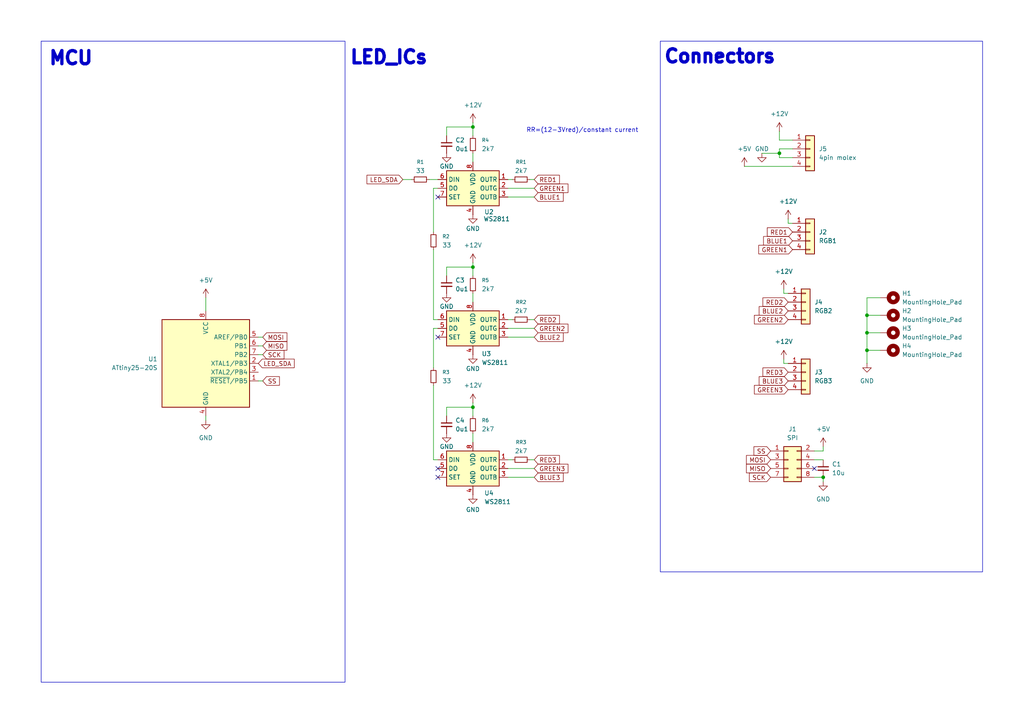
<source format=kicad_sch>
(kicad_sch
	(version 20250114)
	(generator "eeschema")
	(generator_version "9.0")
	(uuid "17aaec59-c285-404c-95c8-6bb53c98f8d8")
	(paper "A4")
	(lib_symbols
		(symbol "Connector_Generic:Conn_01x04"
			(pin_names
				(offset 1.016)
				(hide yes)
			)
			(exclude_from_sim no)
			(in_bom yes)
			(on_board yes)
			(property "Reference" "J"
				(at 0 5.08 0)
				(effects
					(font
						(size 1.27 1.27)
					)
				)
			)
			(property "Value" "Conn_01x04"
				(at 0 -7.62 0)
				(effects
					(font
						(size 1.27 1.27)
					)
				)
			)
			(property "Footprint" ""
				(at 0 0 0)
				(effects
					(font
						(size 1.27 1.27)
					)
					(hide yes)
				)
			)
			(property "Datasheet" "~"
				(at 0 0 0)
				(effects
					(font
						(size 1.27 1.27)
					)
					(hide yes)
				)
			)
			(property "Description" "Generic connector, single row, 01x04, script generated (kicad-library-utils/schlib/autogen/connector/)"
				(at 0 0 0)
				(effects
					(font
						(size 1.27 1.27)
					)
					(hide yes)
				)
			)
			(property "ki_keywords" "connector"
				(at 0 0 0)
				(effects
					(font
						(size 1.27 1.27)
					)
					(hide yes)
				)
			)
			(property "ki_fp_filters" "Connector*:*_1x??_*"
				(at 0 0 0)
				(effects
					(font
						(size 1.27 1.27)
					)
					(hide yes)
				)
			)
			(symbol "Conn_01x04_1_1"
				(rectangle
					(start -1.27 3.81)
					(end 1.27 -6.35)
					(stroke
						(width 0.254)
						(type default)
					)
					(fill
						(type background)
					)
				)
				(rectangle
					(start -1.27 2.667)
					(end 0 2.413)
					(stroke
						(width 0.1524)
						(type default)
					)
					(fill
						(type none)
					)
				)
				(rectangle
					(start -1.27 0.127)
					(end 0 -0.127)
					(stroke
						(width 0.1524)
						(type default)
					)
					(fill
						(type none)
					)
				)
				(rectangle
					(start -1.27 -2.413)
					(end 0 -2.667)
					(stroke
						(width 0.1524)
						(type default)
					)
					(fill
						(type none)
					)
				)
				(rectangle
					(start -1.27 -4.953)
					(end 0 -5.207)
					(stroke
						(width 0.1524)
						(type default)
					)
					(fill
						(type none)
					)
				)
				(pin passive line
					(at -5.08 2.54 0)
					(length 3.81)
					(name "Pin_1"
						(effects
							(font
								(size 1.27 1.27)
							)
						)
					)
					(number "1"
						(effects
							(font
								(size 1.27 1.27)
							)
						)
					)
				)
				(pin passive line
					(at -5.08 0 0)
					(length 3.81)
					(name "Pin_2"
						(effects
							(font
								(size 1.27 1.27)
							)
						)
					)
					(number "2"
						(effects
							(font
								(size 1.27 1.27)
							)
						)
					)
				)
				(pin passive line
					(at -5.08 -2.54 0)
					(length 3.81)
					(name "Pin_3"
						(effects
							(font
								(size 1.27 1.27)
							)
						)
					)
					(number "3"
						(effects
							(font
								(size 1.27 1.27)
							)
						)
					)
				)
				(pin passive line
					(at -5.08 -5.08 0)
					(length 3.81)
					(name "Pin_4"
						(effects
							(font
								(size 1.27 1.27)
							)
						)
					)
					(number "4"
						(effects
							(font
								(size 1.27 1.27)
							)
						)
					)
				)
			)
			(embedded_fonts no)
		)
		(symbol "Connector_Generic:Conn_02x04_Odd_Even"
			(pin_names
				(offset 1.016)
				(hide yes)
			)
			(exclude_from_sim no)
			(in_bom yes)
			(on_board yes)
			(property "Reference" "J"
				(at 1.27 5.08 0)
				(effects
					(font
						(size 1.27 1.27)
					)
				)
			)
			(property "Value" "Conn_02x04_Odd_Even"
				(at 1.27 -7.62 0)
				(effects
					(font
						(size 1.27 1.27)
					)
				)
			)
			(property "Footprint" ""
				(at 0 0 0)
				(effects
					(font
						(size 1.27 1.27)
					)
					(hide yes)
				)
			)
			(property "Datasheet" "~"
				(at 0 0 0)
				(effects
					(font
						(size 1.27 1.27)
					)
					(hide yes)
				)
			)
			(property "Description" "Generic connector, double row, 02x04, odd/even pin numbering scheme (row 1 odd numbers, row 2 even numbers), script generated (kicad-library-utils/schlib/autogen/connector/)"
				(at 0 0 0)
				(effects
					(font
						(size 1.27 1.27)
					)
					(hide yes)
				)
			)
			(property "ki_keywords" "connector"
				(at 0 0 0)
				(effects
					(font
						(size 1.27 1.27)
					)
					(hide yes)
				)
			)
			(property "ki_fp_filters" "Connector*:*_2x??_*"
				(at 0 0 0)
				(effects
					(font
						(size 1.27 1.27)
					)
					(hide yes)
				)
			)
			(symbol "Conn_02x04_Odd_Even_1_1"
				(rectangle
					(start -1.27 3.81)
					(end 3.81 -6.35)
					(stroke
						(width 0.254)
						(type default)
					)
					(fill
						(type background)
					)
				)
				(rectangle
					(start -1.27 2.667)
					(end 0 2.413)
					(stroke
						(width 0.1524)
						(type default)
					)
					(fill
						(type none)
					)
				)
				(rectangle
					(start -1.27 0.127)
					(end 0 -0.127)
					(stroke
						(width 0.1524)
						(type default)
					)
					(fill
						(type none)
					)
				)
				(rectangle
					(start -1.27 -2.413)
					(end 0 -2.667)
					(stroke
						(width 0.1524)
						(type default)
					)
					(fill
						(type none)
					)
				)
				(rectangle
					(start -1.27 -4.953)
					(end 0 -5.207)
					(stroke
						(width 0.1524)
						(type default)
					)
					(fill
						(type none)
					)
				)
				(rectangle
					(start 3.81 2.667)
					(end 2.54 2.413)
					(stroke
						(width 0.1524)
						(type default)
					)
					(fill
						(type none)
					)
				)
				(rectangle
					(start 3.81 0.127)
					(end 2.54 -0.127)
					(stroke
						(width 0.1524)
						(type default)
					)
					(fill
						(type none)
					)
				)
				(rectangle
					(start 3.81 -2.413)
					(end 2.54 -2.667)
					(stroke
						(width 0.1524)
						(type default)
					)
					(fill
						(type none)
					)
				)
				(rectangle
					(start 3.81 -4.953)
					(end 2.54 -5.207)
					(stroke
						(width 0.1524)
						(type default)
					)
					(fill
						(type none)
					)
				)
				(pin passive line
					(at -5.08 2.54 0)
					(length 3.81)
					(name "Pin_1"
						(effects
							(font
								(size 1.27 1.27)
							)
						)
					)
					(number "1"
						(effects
							(font
								(size 1.27 1.27)
							)
						)
					)
				)
				(pin passive line
					(at -5.08 0 0)
					(length 3.81)
					(name "Pin_3"
						(effects
							(font
								(size 1.27 1.27)
							)
						)
					)
					(number "3"
						(effects
							(font
								(size 1.27 1.27)
							)
						)
					)
				)
				(pin passive line
					(at -5.08 -2.54 0)
					(length 3.81)
					(name "Pin_5"
						(effects
							(font
								(size 1.27 1.27)
							)
						)
					)
					(number "5"
						(effects
							(font
								(size 1.27 1.27)
							)
						)
					)
				)
				(pin passive line
					(at -5.08 -5.08 0)
					(length 3.81)
					(name "Pin_7"
						(effects
							(font
								(size 1.27 1.27)
							)
						)
					)
					(number "7"
						(effects
							(font
								(size 1.27 1.27)
							)
						)
					)
				)
				(pin passive line
					(at 7.62 2.54 180)
					(length 3.81)
					(name "Pin_2"
						(effects
							(font
								(size 1.27 1.27)
							)
						)
					)
					(number "2"
						(effects
							(font
								(size 1.27 1.27)
							)
						)
					)
				)
				(pin passive line
					(at 7.62 0 180)
					(length 3.81)
					(name "Pin_4"
						(effects
							(font
								(size 1.27 1.27)
							)
						)
					)
					(number "4"
						(effects
							(font
								(size 1.27 1.27)
							)
						)
					)
				)
				(pin passive line
					(at 7.62 -2.54 180)
					(length 3.81)
					(name "Pin_6"
						(effects
							(font
								(size 1.27 1.27)
							)
						)
					)
					(number "6"
						(effects
							(font
								(size 1.27 1.27)
							)
						)
					)
				)
				(pin passive line
					(at 7.62 -5.08 180)
					(length 3.81)
					(name "Pin_8"
						(effects
							(font
								(size 1.27 1.27)
							)
						)
					)
					(number "8"
						(effects
							(font
								(size 1.27 1.27)
							)
						)
					)
				)
			)
			(embedded_fonts no)
		)
		(symbol "Device:C_Small"
			(pin_numbers
				(hide yes)
			)
			(pin_names
				(offset 0.254)
				(hide yes)
			)
			(exclude_from_sim no)
			(in_bom yes)
			(on_board yes)
			(property "Reference" "C"
				(at 0.254 1.778 0)
				(effects
					(font
						(size 1.27 1.27)
					)
					(justify left)
				)
			)
			(property "Value" "C_Small"
				(at 0.254 -2.032 0)
				(effects
					(font
						(size 1.27 1.27)
					)
					(justify left)
				)
			)
			(property "Footprint" ""
				(at 0 0 0)
				(effects
					(font
						(size 1.27 1.27)
					)
					(hide yes)
				)
			)
			(property "Datasheet" "~"
				(at 0 0 0)
				(effects
					(font
						(size 1.27 1.27)
					)
					(hide yes)
				)
			)
			(property "Description" "Unpolarized capacitor, small symbol"
				(at 0 0 0)
				(effects
					(font
						(size 1.27 1.27)
					)
					(hide yes)
				)
			)
			(property "ki_keywords" "capacitor cap"
				(at 0 0 0)
				(effects
					(font
						(size 1.27 1.27)
					)
					(hide yes)
				)
			)
			(property "ki_fp_filters" "C_*"
				(at 0 0 0)
				(effects
					(font
						(size 1.27 1.27)
					)
					(hide yes)
				)
			)
			(symbol "C_Small_0_1"
				(polyline
					(pts
						(xy -1.524 0.508) (xy 1.524 0.508)
					)
					(stroke
						(width 0.3048)
						(type default)
					)
					(fill
						(type none)
					)
				)
				(polyline
					(pts
						(xy -1.524 -0.508) (xy 1.524 -0.508)
					)
					(stroke
						(width 0.3302)
						(type default)
					)
					(fill
						(type none)
					)
				)
			)
			(symbol "C_Small_1_1"
				(pin passive line
					(at 0 2.54 270)
					(length 2.032)
					(name "~"
						(effects
							(font
								(size 1.27 1.27)
							)
						)
					)
					(number "1"
						(effects
							(font
								(size 1.27 1.27)
							)
						)
					)
				)
				(pin passive line
					(at 0 -2.54 90)
					(length 2.032)
					(name "~"
						(effects
							(font
								(size 1.27 1.27)
							)
						)
					)
					(number "2"
						(effects
							(font
								(size 1.27 1.27)
							)
						)
					)
				)
			)
			(embedded_fonts no)
		)
		(symbol "Device:R_Small"
			(pin_numbers
				(hide yes)
			)
			(pin_names
				(offset 0.254)
				(hide yes)
			)
			(exclude_from_sim no)
			(in_bom yes)
			(on_board yes)
			(property "Reference" "R"
				(at 0 0 90)
				(effects
					(font
						(size 1.016 1.016)
					)
				)
			)
			(property "Value" "R_Small"
				(at 1.778 0 90)
				(effects
					(font
						(size 1.27 1.27)
					)
				)
			)
			(property "Footprint" ""
				(at 0 0 0)
				(effects
					(font
						(size 1.27 1.27)
					)
					(hide yes)
				)
			)
			(property "Datasheet" "~"
				(at 0 0 0)
				(effects
					(font
						(size 1.27 1.27)
					)
					(hide yes)
				)
			)
			(property "Description" "Resistor, small symbol"
				(at 0 0 0)
				(effects
					(font
						(size 1.27 1.27)
					)
					(hide yes)
				)
			)
			(property "ki_keywords" "R resistor"
				(at 0 0 0)
				(effects
					(font
						(size 1.27 1.27)
					)
					(hide yes)
				)
			)
			(property "ki_fp_filters" "R_*"
				(at 0 0 0)
				(effects
					(font
						(size 1.27 1.27)
					)
					(hide yes)
				)
			)
			(symbol "R_Small_0_1"
				(rectangle
					(start -0.762 1.778)
					(end 0.762 -1.778)
					(stroke
						(width 0.2032)
						(type default)
					)
					(fill
						(type none)
					)
				)
			)
			(symbol "R_Small_1_1"
				(pin passive line
					(at 0 2.54 270)
					(length 0.762)
					(name "~"
						(effects
							(font
								(size 1.27 1.27)
							)
						)
					)
					(number "1"
						(effects
							(font
								(size 1.27 1.27)
							)
						)
					)
				)
				(pin passive line
					(at 0 -2.54 90)
					(length 0.762)
					(name "~"
						(effects
							(font
								(size 1.27 1.27)
							)
						)
					)
					(number "2"
						(effects
							(font
								(size 1.27 1.27)
							)
						)
					)
				)
			)
			(embedded_fonts no)
		)
		(symbol "Driver_LED:WS2811"
			(exclude_from_sim no)
			(in_bom yes)
			(on_board yes)
			(property "Reference" "U"
				(at -6.35 6.35 0)
				(effects
					(font
						(size 1.27 1.27)
					)
				)
			)
			(property "Value" "WS2811"
				(at 5.08 6.35 0)
				(effects
					(font
						(size 1.27 1.27)
					)
				)
			)
			(property "Footprint" ""
				(at -7.62 3.81 0)
				(effects
					(font
						(size 1.27 1.27)
					)
					(hide yes)
				)
			)
			(property "Datasheet" "https://cdn-shop.adafruit.com/datasheets/WS2811.pdf"
				(at -5.08 6.35 0)
				(effects
					(font
						(size 1.27 1.27)
					)
					(hide yes)
				)
			)
			(property "Description" "3-Channel 8-Bit PWM LED Driver, DIP-8/SOIC-8"
				(at 0 0 0)
				(effects
					(font
						(size 1.27 1.27)
					)
					(hide yes)
				)
			)
			(property "ki_keywords" "PWM LED driver"
				(at 0 0 0)
				(effects
					(font
						(size 1.27 1.27)
					)
					(hide yes)
				)
			)
			(property "ki_fp_filters" "DIP*W7.62mm* SOIC*3.9x4.9mm*P1.27mm*"
				(at 0 0 0)
				(effects
					(font
						(size 1.27 1.27)
					)
					(hide yes)
				)
			)
			(symbol "WS2811_0_1"
				(rectangle
					(start -7.62 5.08)
					(end 7.62 -5.08)
					(stroke
						(width 0.254)
						(type default)
					)
					(fill
						(type background)
					)
				)
			)
			(symbol "WS2811_1_1"
				(pin input line
					(at -10.16 2.54 0)
					(length 2.54)
					(name "DIN"
						(effects
							(font
								(size 1.27 1.27)
							)
						)
					)
					(number "6"
						(effects
							(font
								(size 1.27 1.27)
							)
						)
					)
				)
				(pin output line
					(at -10.16 0 0)
					(length 2.54)
					(name "DO"
						(effects
							(font
								(size 1.27 1.27)
							)
						)
					)
					(number "5"
						(effects
							(font
								(size 1.27 1.27)
							)
						)
					)
				)
				(pin input line
					(at -10.16 -2.54 0)
					(length 2.54)
					(name "SET"
						(effects
							(font
								(size 1.27 1.27)
							)
						)
					)
					(number "7"
						(effects
							(font
								(size 1.27 1.27)
							)
						)
					)
				)
				(pin power_in line
					(at 0 7.62 270)
					(length 2.54)
					(name "VDD"
						(effects
							(font
								(size 1.27 1.27)
							)
						)
					)
					(number "8"
						(effects
							(font
								(size 1.27 1.27)
							)
						)
					)
				)
				(pin power_in line
					(at 0 -7.62 90)
					(length 2.54)
					(name "GND"
						(effects
							(font
								(size 1.27 1.27)
							)
						)
					)
					(number "4"
						(effects
							(font
								(size 1.27 1.27)
							)
						)
					)
				)
				(pin output line
					(at 10.16 2.54 180)
					(length 2.54)
					(name "OUTR"
						(effects
							(font
								(size 1.27 1.27)
							)
						)
					)
					(number "1"
						(effects
							(font
								(size 1.27 1.27)
							)
						)
					)
				)
				(pin output line
					(at 10.16 0 180)
					(length 2.54)
					(name "OUTG"
						(effects
							(font
								(size 1.27 1.27)
							)
						)
					)
					(number "2"
						(effects
							(font
								(size 1.27 1.27)
							)
						)
					)
				)
				(pin output line
					(at 10.16 -2.54 180)
					(length 2.54)
					(name "OUTB"
						(effects
							(font
								(size 1.27 1.27)
							)
						)
					)
					(number "3"
						(effects
							(font
								(size 1.27 1.27)
							)
						)
					)
				)
			)
			(embedded_fonts no)
		)
		(symbol "MCU_Microchip_ATtiny:ATtiny25-20S"
			(exclude_from_sim no)
			(in_bom yes)
			(on_board yes)
			(property "Reference" "U"
				(at -12.7 13.97 0)
				(effects
					(font
						(size 1.27 1.27)
					)
					(justify left bottom)
				)
			)
			(property "Value" "ATtiny25-20S"
				(at 2.54 -13.97 0)
				(effects
					(font
						(size 1.27 1.27)
					)
					(justify left top)
				)
			)
			(property "Footprint" "Package_SO:SOIC-8_5.3x5.3mm_P1.27mm"
				(at 0 0 0)
				(effects
					(font
						(size 1.27 1.27)
						(italic yes)
					)
					(hide yes)
				)
			)
			(property "Datasheet" "http://ww1.microchip.com/downloads/en/DeviceDoc/atmel-2586-avr-8-bit-microcontroller-attiny25-attiny45-attiny85_datasheet.pdf"
				(at 0 0 0)
				(effects
					(font
						(size 1.27 1.27)
					)
					(hide yes)
				)
			)
			(property "Description" "20MHz, 2kB Flash, 128B SRAM, 128B EEPROM, debugWIRE, SOIC-8"
				(at 0 0 0)
				(effects
					(font
						(size 1.27 1.27)
					)
					(hide yes)
				)
			)
			(property "ki_keywords" "AVR 8bit Microcontroller tinyAVR"
				(at 0 0 0)
				(effects
					(font
						(size 1.27 1.27)
					)
					(hide yes)
				)
			)
			(property "ki_fp_filters" "*SOIC*5.3x5.3mm*P1.27mm*"
				(at 0 0 0)
				(effects
					(font
						(size 1.27 1.27)
					)
					(hide yes)
				)
			)
			(symbol "ATtiny25-20S_0_1"
				(rectangle
					(start -12.7 -12.7)
					(end 12.7 12.7)
					(stroke
						(width 0.254)
						(type default)
					)
					(fill
						(type background)
					)
				)
			)
			(symbol "ATtiny25-20S_1_1"
				(pin power_in line
					(at 0 15.24 270)
					(length 2.54)
					(name "VCC"
						(effects
							(font
								(size 1.27 1.27)
							)
						)
					)
					(number "8"
						(effects
							(font
								(size 1.27 1.27)
							)
						)
					)
				)
				(pin power_in line
					(at 0 -15.24 90)
					(length 2.54)
					(name "GND"
						(effects
							(font
								(size 1.27 1.27)
							)
						)
					)
					(number "4"
						(effects
							(font
								(size 1.27 1.27)
							)
						)
					)
				)
				(pin bidirectional line
					(at 15.24 7.62 180)
					(length 2.54)
					(name "AREF/PB0"
						(effects
							(font
								(size 1.27 1.27)
							)
						)
					)
					(number "5"
						(effects
							(font
								(size 1.27 1.27)
							)
						)
					)
				)
				(pin bidirectional line
					(at 15.24 5.08 180)
					(length 2.54)
					(name "PB1"
						(effects
							(font
								(size 1.27 1.27)
							)
						)
					)
					(number "6"
						(effects
							(font
								(size 1.27 1.27)
							)
						)
					)
				)
				(pin bidirectional line
					(at 15.24 2.54 180)
					(length 2.54)
					(name "PB2"
						(effects
							(font
								(size 1.27 1.27)
							)
						)
					)
					(number "7"
						(effects
							(font
								(size 1.27 1.27)
							)
						)
					)
				)
				(pin bidirectional line
					(at 15.24 0 180)
					(length 2.54)
					(name "XTAL1/PB3"
						(effects
							(font
								(size 1.27 1.27)
							)
						)
					)
					(number "2"
						(effects
							(font
								(size 1.27 1.27)
							)
						)
					)
				)
				(pin bidirectional line
					(at 15.24 -2.54 180)
					(length 2.54)
					(name "XTAL2/PB4"
						(effects
							(font
								(size 1.27 1.27)
							)
						)
					)
					(number "3"
						(effects
							(font
								(size 1.27 1.27)
							)
						)
					)
				)
				(pin bidirectional line
					(at 15.24 -5.08 180)
					(length 2.54)
					(name "~{RESET}/PB5"
						(effects
							(font
								(size 1.27 1.27)
							)
						)
					)
					(number "1"
						(effects
							(font
								(size 1.27 1.27)
							)
						)
					)
				)
			)
			(embedded_fonts no)
		)
		(symbol "Mechanical:MountingHole_Pad"
			(pin_numbers
				(hide yes)
			)
			(pin_names
				(offset 1.016)
				(hide yes)
			)
			(exclude_from_sim no)
			(in_bom no)
			(on_board yes)
			(property "Reference" "H"
				(at 0 6.35 0)
				(effects
					(font
						(size 1.27 1.27)
					)
				)
			)
			(property "Value" "MountingHole_Pad"
				(at 0 4.445 0)
				(effects
					(font
						(size 1.27 1.27)
					)
				)
			)
			(property "Footprint" ""
				(at 0 0 0)
				(effects
					(font
						(size 1.27 1.27)
					)
					(hide yes)
				)
			)
			(property "Datasheet" "~"
				(at 0 0 0)
				(effects
					(font
						(size 1.27 1.27)
					)
					(hide yes)
				)
			)
			(property "Description" "Mounting Hole with connection"
				(at 0 0 0)
				(effects
					(font
						(size 1.27 1.27)
					)
					(hide yes)
				)
			)
			(property "ki_keywords" "mounting hole"
				(at 0 0 0)
				(effects
					(font
						(size 1.27 1.27)
					)
					(hide yes)
				)
			)
			(property "ki_fp_filters" "MountingHole*Pad*"
				(at 0 0 0)
				(effects
					(font
						(size 1.27 1.27)
					)
					(hide yes)
				)
			)
			(symbol "MountingHole_Pad_0_1"
				(circle
					(center 0 1.27)
					(radius 1.27)
					(stroke
						(width 1.27)
						(type default)
					)
					(fill
						(type none)
					)
				)
			)
			(symbol "MountingHole_Pad_1_1"
				(pin input line
					(at 0 -2.54 90)
					(length 2.54)
					(name "1"
						(effects
							(font
								(size 1.27 1.27)
							)
						)
					)
					(number "1"
						(effects
							(font
								(size 1.27 1.27)
							)
						)
					)
				)
			)
			(embedded_fonts no)
		)
		(symbol "power:+12V"
			(power)
			(pin_numbers
				(hide yes)
			)
			(pin_names
				(offset 0)
				(hide yes)
			)
			(exclude_from_sim no)
			(in_bom yes)
			(on_board yes)
			(property "Reference" "#PWR"
				(at 0 -3.81 0)
				(effects
					(font
						(size 1.27 1.27)
					)
					(hide yes)
				)
			)
			(property "Value" "+12V"
				(at 0 3.556 0)
				(effects
					(font
						(size 1.27 1.27)
					)
				)
			)
			(property "Footprint" ""
				(at 0 0 0)
				(effects
					(font
						(size 1.27 1.27)
					)
					(hide yes)
				)
			)
			(property "Datasheet" ""
				(at 0 0 0)
				(effects
					(font
						(size 1.27 1.27)
					)
					(hide yes)
				)
			)
			(property "Description" "Power symbol creates a global label with name \"+12V\""
				(at 0 0 0)
				(effects
					(font
						(size 1.27 1.27)
					)
					(hide yes)
				)
			)
			(property "ki_keywords" "global power"
				(at 0 0 0)
				(effects
					(font
						(size 1.27 1.27)
					)
					(hide yes)
				)
			)
			(symbol "+12V_0_1"
				(polyline
					(pts
						(xy -0.762 1.27) (xy 0 2.54)
					)
					(stroke
						(width 0)
						(type default)
					)
					(fill
						(type none)
					)
				)
				(polyline
					(pts
						(xy 0 2.54) (xy 0.762 1.27)
					)
					(stroke
						(width 0)
						(type default)
					)
					(fill
						(type none)
					)
				)
				(polyline
					(pts
						(xy 0 0) (xy 0 2.54)
					)
					(stroke
						(width 0)
						(type default)
					)
					(fill
						(type none)
					)
				)
			)
			(symbol "+12V_1_1"
				(pin power_in line
					(at 0 0 90)
					(length 0)
					(name "~"
						(effects
							(font
								(size 1.27 1.27)
							)
						)
					)
					(number "1"
						(effects
							(font
								(size 1.27 1.27)
							)
						)
					)
				)
			)
			(embedded_fonts no)
		)
		(symbol "power:+5V"
			(power)
			(pin_numbers
				(hide yes)
			)
			(pin_names
				(offset 0)
				(hide yes)
			)
			(exclude_from_sim no)
			(in_bom yes)
			(on_board yes)
			(property "Reference" "#PWR"
				(at 0 -3.81 0)
				(effects
					(font
						(size 1.27 1.27)
					)
					(hide yes)
				)
			)
			(property "Value" "+5V"
				(at 0 3.556 0)
				(effects
					(font
						(size 1.27 1.27)
					)
				)
			)
			(property "Footprint" ""
				(at 0 0 0)
				(effects
					(font
						(size 1.27 1.27)
					)
					(hide yes)
				)
			)
			(property "Datasheet" ""
				(at 0 0 0)
				(effects
					(font
						(size 1.27 1.27)
					)
					(hide yes)
				)
			)
			(property "Description" "Power symbol creates a global label with name \"+5V\""
				(at 0 0 0)
				(effects
					(font
						(size 1.27 1.27)
					)
					(hide yes)
				)
			)
			(property "ki_keywords" "global power"
				(at 0 0 0)
				(effects
					(font
						(size 1.27 1.27)
					)
					(hide yes)
				)
			)
			(symbol "+5V_0_1"
				(polyline
					(pts
						(xy -0.762 1.27) (xy 0 2.54)
					)
					(stroke
						(width 0)
						(type default)
					)
					(fill
						(type none)
					)
				)
				(polyline
					(pts
						(xy 0 2.54) (xy 0.762 1.27)
					)
					(stroke
						(width 0)
						(type default)
					)
					(fill
						(type none)
					)
				)
				(polyline
					(pts
						(xy 0 0) (xy 0 2.54)
					)
					(stroke
						(width 0)
						(type default)
					)
					(fill
						(type none)
					)
				)
			)
			(symbol "+5V_1_1"
				(pin power_in line
					(at 0 0 90)
					(length 0)
					(name "~"
						(effects
							(font
								(size 1.27 1.27)
							)
						)
					)
					(number "1"
						(effects
							(font
								(size 1.27 1.27)
							)
						)
					)
				)
			)
			(embedded_fonts no)
		)
		(symbol "power:GND"
			(power)
			(pin_numbers
				(hide yes)
			)
			(pin_names
				(offset 0)
				(hide yes)
			)
			(exclude_from_sim no)
			(in_bom yes)
			(on_board yes)
			(property "Reference" "#PWR"
				(at 0 -6.35 0)
				(effects
					(font
						(size 1.27 1.27)
					)
					(hide yes)
				)
			)
			(property "Value" "GND"
				(at 0 -3.81 0)
				(effects
					(font
						(size 1.27 1.27)
					)
				)
			)
			(property "Footprint" ""
				(at 0 0 0)
				(effects
					(font
						(size 1.27 1.27)
					)
					(hide yes)
				)
			)
			(property "Datasheet" ""
				(at 0 0 0)
				(effects
					(font
						(size 1.27 1.27)
					)
					(hide yes)
				)
			)
			(property "Description" "Power symbol creates a global label with name \"GND\" , ground"
				(at 0 0 0)
				(effects
					(font
						(size 1.27 1.27)
					)
					(hide yes)
				)
			)
			(property "ki_keywords" "global power"
				(at 0 0 0)
				(effects
					(font
						(size 1.27 1.27)
					)
					(hide yes)
				)
			)
			(symbol "GND_0_1"
				(polyline
					(pts
						(xy 0 0) (xy 0 -1.27) (xy 1.27 -1.27) (xy 0 -2.54) (xy -1.27 -1.27) (xy 0 -1.27)
					)
					(stroke
						(width 0)
						(type default)
					)
					(fill
						(type none)
					)
				)
			)
			(symbol "GND_1_1"
				(pin power_in line
					(at 0 0 270)
					(length 0)
					(name "~"
						(effects
							(font
								(size 1.27 1.27)
							)
						)
					)
					(number "1"
						(effects
							(font
								(size 1.27 1.27)
							)
						)
					)
				)
			)
			(embedded_fonts no)
		)
	)
	(rectangle
		(start 11.938 11.938)
		(end 100.076 197.866)
		(stroke
			(width 0)
			(type default)
		)
		(fill
			(type none)
		)
		(uuid 9ba22edc-6f1e-4906-904d-3ae446f8babc)
	)
	(rectangle
		(start 191.516 11.938)
		(end 284.988 165.862)
		(stroke
			(width 0)
			(type default)
		)
		(fill
			(type none)
		)
		(uuid b04e7b05-baa1-4b20-be53-3e9244f513f2)
	)
	(text "RR=(12-3Vred)/constant current"
		(exclude_from_sim no)
		(at 168.91 37.846 0)
		(effects
			(font
				(size 1.27 1.27)
			)
		)
		(uuid "11a6351d-d637-4e5b-b372-021770ff1f3f")
	)
	(text "MCU\n"
		(exclude_from_sim no)
		(at 20.574 17.018 0)
		(effects
			(font
				(size 3.81 3.81)
				(thickness 1.016)
				(bold yes)
			)
		)
		(uuid "63af405b-9ca0-4db5-bbdd-9885bb70d78e")
	)
	(text "Connectors\n"
		(exclude_from_sim no)
		(at 208.788 16.51 0)
		(effects
			(font
				(size 3.81 3.81)
				(thickness 1.016)
				(bold yes)
			)
		)
		(uuid "a8ed3559-4375-42f6-8a9c-563878deac21")
	)
	(text "LED_ICs"
		(exclude_from_sim no)
		(at 112.776 16.764 0)
		(effects
			(font
				(size 3.81 3.81)
				(thickness 1.016)
				(bold yes)
			)
		)
		(uuid "b1d2505f-2a2b-4e5f-9e4b-062c4f339a7a")
	)
	(junction
		(at 137.16 77.47)
		(diameter 0)
		(color 0 0 0 0)
		(uuid "267bb61f-711b-41d6-9f1a-9f158dd7514f")
	)
	(junction
		(at 238.76 138.43)
		(diameter 0)
		(color 0 0 0 0)
		(uuid "3b07e26b-8f4e-44b1-8748-da901afba8f0")
	)
	(junction
		(at 226.06 44.45)
		(diameter 0)
		(color 0 0 0 0)
		(uuid "73d1710e-f492-4110-986e-79b17431b9a1")
	)
	(junction
		(at 251.46 96.52)
		(diameter 0)
		(color 0 0 0 0)
		(uuid "84e4eb5c-a487-4ffc-95e9-96a469d5992a")
	)
	(junction
		(at 251.46 101.6)
		(diameter 0)
		(color 0 0 0 0)
		(uuid "c0199330-3830-47f7-8f9f-9c1094ee1cc9")
	)
	(junction
		(at 137.16 118.11)
		(diameter 0)
		(color 0 0 0 0)
		(uuid "cde14a8c-9d90-48fc-a1a9-f9ef08492fd9")
	)
	(junction
		(at 251.46 91.44)
		(diameter 0)
		(color 0 0 0 0)
		(uuid "e432c53e-29f4-4baf-af39-a93785be7f51")
	)
	(junction
		(at 137.16 36.83)
		(diameter 0)
		(color 0 0 0 0)
		(uuid "ff82c8d5-4409-41a3-ad01-b8f7e2d0fb18")
	)
	(no_connect
		(at 127 97.79)
		(uuid "188f66e6-9b86-482a-85bf-c4673f83b49e")
	)
	(no_connect
		(at 127 138.43)
		(uuid "54951db8-5302-43cb-9719-9e328cf2cc97")
	)
	(no_connect
		(at 236.22 135.89)
		(uuid "87d2d9f1-8a40-440e-bc66-62a6097fcbd8")
	)
	(no_connect
		(at 127 57.15)
		(uuid "ac0855a8-d86b-4b87-a149-bddb2b42c9ba")
	)
	(no_connect
		(at 127 135.89)
		(uuid "fdff9f0c-3509-44c4-9eaf-ff1412a6a61c")
	)
	(wire
		(pts
			(xy 229.87 43.18) (xy 226.06 43.18)
		)
		(stroke
			(width 0)
			(type default)
		)
		(uuid "09c271c1-0683-4f5d-99b8-7609b0a29467")
	)
	(wire
		(pts
			(xy 125.73 92.71) (xy 127 92.71)
		)
		(stroke
			(width 0)
			(type default)
		)
		(uuid "0ed99b58-2f2b-4c13-bec2-713f7ad77865")
	)
	(wire
		(pts
			(xy 251.46 91.44) (xy 255.27 91.44)
		)
		(stroke
			(width 0)
			(type default)
		)
		(uuid "10abee03-1fd3-4857-81f8-5a9c7be4a0ef")
	)
	(wire
		(pts
			(xy 153.67 133.35) (xy 154.94 133.35)
		)
		(stroke
			(width 0)
			(type default)
		)
		(uuid "149343ce-a225-41c6-acdc-a4540a30aa66")
	)
	(wire
		(pts
			(xy 251.46 96.52) (xy 255.27 96.52)
		)
		(stroke
			(width 0)
			(type default)
		)
		(uuid "170aa552-1dc7-4c35-9945-613079baaab8")
	)
	(wire
		(pts
			(xy 236.22 133.35) (xy 238.76 133.35)
		)
		(stroke
			(width 0)
			(type default)
		)
		(uuid "1784aef3-3582-40f2-bda3-d5e28684de63")
	)
	(wire
		(pts
			(xy 215.9 48.26) (xy 229.87 48.26)
		)
		(stroke
			(width 0)
			(type default)
		)
		(uuid "19ab1eab-18af-45b4-b884-7ae4d05b5e27")
	)
	(wire
		(pts
			(xy 147.32 135.89) (xy 154.94 135.89)
		)
		(stroke
			(width 0)
			(type default)
		)
		(uuid "19ebaa9e-482f-4cc0-a0eb-80fde56e6f47")
	)
	(wire
		(pts
			(xy 59.69 86.36) (xy 59.69 90.17)
		)
		(stroke
			(width 0)
			(type default)
		)
		(uuid "257cc1c7-0b19-4a02-842d-9ef6d81cd933")
	)
	(wire
		(pts
			(xy 251.46 101.6) (xy 251.46 105.41)
		)
		(stroke
			(width 0)
			(type default)
		)
		(uuid "28da243a-321e-40f8-8ec5-cccb7e17cc0f")
	)
	(wire
		(pts
			(xy 147.32 97.79) (xy 154.94 97.79)
		)
		(stroke
			(width 0)
			(type default)
		)
		(uuid "2e6bf28a-2c35-4b14-a741-89ad1cbfb356")
	)
	(wire
		(pts
			(xy 129.54 118.11) (xy 137.16 118.11)
		)
		(stroke
			(width 0)
			(type default)
		)
		(uuid "2f36e2e3-5c3b-4740-a42a-702544b4f262")
	)
	(wire
		(pts
			(xy 116.84 52.07) (xy 119.38 52.07)
		)
		(stroke
			(width 0)
			(type default)
		)
		(uuid "31386d3f-c451-4f4b-88e0-bf4807cd246a")
	)
	(wire
		(pts
			(xy 251.46 96.52) (xy 251.46 101.6)
		)
		(stroke
			(width 0)
			(type default)
		)
		(uuid "34e876cd-6571-45ee-b722-4fea3e19b9b1")
	)
	(wire
		(pts
			(xy 226.06 44.45) (xy 226.06 45.72)
		)
		(stroke
			(width 0)
			(type default)
		)
		(uuid "367b489d-218e-450f-83a1-6f82be350dab")
	)
	(wire
		(pts
			(xy 226.06 43.18) (xy 226.06 44.45)
		)
		(stroke
			(width 0)
			(type default)
		)
		(uuid "38854b71-7c0f-44f4-b47b-0b37e8c5eb5a")
	)
	(wire
		(pts
			(xy 137.16 76.2) (xy 137.16 77.47)
		)
		(stroke
			(width 0)
			(type default)
		)
		(uuid "3aac4e3e-6dba-4aad-ae43-2968b53b190d")
	)
	(wire
		(pts
			(xy 129.54 39.37) (xy 129.54 36.83)
		)
		(stroke
			(width 0)
			(type default)
		)
		(uuid "3b4b0d79-75c7-4b4e-a002-c87e9a99cd6a")
	)
	(wire
		(pts
			(xy 125.73 111.76) (xy 125.73 133.35)
		)
		(stroke
			(width 0)
			(type default)
		)
		(uuid "3bab1a01-598b-4485-bb67-afe8028714bc")
	)
	(wire
		(pts
			(xy 147.32 133.35) (xy 148.59 133.35)
		)
		(stroke
			(width 0)
			(type default)
		)
		(uuid "3da7e62e-dbe8-4c49-a63f-711a0b018b4e")
	)
	(wire
		(pts
			(xy 137.16 44.45) (xy 137.16 46.99)
		)
		(stroke
			(width 0)
			(type default)
		)
		(uuid "416c1ead-e826-4f2b-b962-eb166e014025")
	)
	(wire
		(pts
			(xy 137.16 125.73) (xy 137.16 128.27)
		)
		(stroke
			(width 0)
			(type default)
		)
		(uuid "418ead0e-cb0b-4c36-9c2f-b765a72130c3")
	)
	(wire
		(pts
			(xy 228.6 63.5) (xy 228.6 64.77)
		)
		(stroke
			(width 0)
			(type default)
		)
		(uuid "41e626f9-0682-4512-b32c-0dd49b34d437")
	)
	(wire
		(pts
			(xy 125.73 54.61) (xy 127 54.61)
		)
		(stroke
			(width 0)
			(type default)
		)
		(uuid "4b706d52-807b-44c2-b5f9-c61a07a18fcc")
	)
	(wire
		(pts
			(xy 226.06 38.1) (xy 226.06 40.64)
		)
		(stroke
			(width 0)
			(type default)
		)
		(uuid "50557b30-57c5-48f2-ba9e-34cd0274f65f")
	)
	(wire
		(pts
			(xy 137.16 118.11) (xy 137.16 120.65)
		)
		(stroke
			(width 0)
			(type default)
		)
		(uuid "5066fdfa-b0f1-4a30-b55b-c59179503454")
	)
	(wire
		(pts
			(xy 76.2 97.79) (xy 74.93 97.79)
		)
		(stroke
			(width 0)
			(type default)
		)
		(uuid "5204c2dd-cda9-45f2-beba-f1bbfcb607a4")
	)
	(wire
		(pts
			(xy 129.54 80.01) (xy 129.54 77.47)
		)
		(stroke
			(width 0)
			(type default)
		)
		(uuid "52c45790-8ddc-4b85-ba01-4387114a2bb3")
	)
	(wire
		(pts
			(xy 137.16 36.83) (xy 137.16 39.37)
		)
		(stroke
			(width 0)
			(type default)
		)
		(uuid "54238150-947b-4bc3-a59e-c61f3470aa23")
	)
	(wire
		(pts
			(xy 251.46 86.36) (xy 251.46 91.44)
		)
		(stroke
			(width 0)
			(type default)
		)
		(uuid "5e628a0f-d574-4b09-97a5-06d591cb01fc")
	)
	(wire
		(pts
			(xy 255.27 86.36) (xy 251.46 86.36)
		)
		(stroke
			(width 0)
			(type default)
		)
		(uuid "61d3fc60-1629-42fb-a532-5cca8b74420f")
	)
	(wire
		(pts
			(xy 238.76 129.54) (xy 238.76 130.81)
		)
		(stroke
			(width 0)
			(type default)
		)
		(uuid "6242466b-d97f-49d8-af69-b9e42d94d3c5")
	)
	(wire
		(pts
			(xy 227.33 85.09) (xy 228.6 85.09)
		)
		(stroke
			(width 0)
			(type default)
		)
		(uuid "650dee51-0e26-47b6-bae0-b2ee93f3c13c")
	)
	(wire
		(pts
			(xy 125.73 133.35) (xy 127 133.35)
		)
		(stroke
			(width 0)
			(type default)
		)
		(uuid "652c2457-f915-4686-abb9-29b32bae6492")
	)
	(wire
		(pts
			(xy 147.32 95.25) (xy 154.94 95.25)
		)
		(stroke
			(width 0)
			(type default)
		)
		(uuid "6f3659c0-da2c-4c50-a28b-7ba45524cd21")
	)
	(wire
		(pts
			(xy 127 95.25) (xy 125.73 95.25)
		)
		(stroke
			(width 0)
			(type default)
		)
		(uuid "742cda33-cf9e-495f-85ad-c348b0c34e8b")
	)
	(wire
		(pts
			(xy 226.06 45.72) (xy 229.87 45.72)
		)
		(stroke
			(width 0)
			(type default)
		)
		(uuid "7dc0d746-3035-405c-9b09-3ee72e05b2c1")
	)
	(wire
		(pts
			(xy 251.46 91.44) (xy 251.46 96.52)
		)
		(stroke
			(width 0)
			(type default)
		)
		(uuid "819a8af9-6121-4784-8e26-23528e7c4da6")
	)
	(wire
		(pts
			(xy 76.2 102.87) (xy 74.93 102.87)
		)
		(stroke
			(width 0)
			(type default)
		)
		(uuid "8cffaf89-9cbd-406d-997e-42c1cd689dc0")
	)
	(wire
		(pts
			(xy 125.73 95.25) (xy 125.73 106.68)
		)
		(stroke
			(width 0)
			(type default)
		)
		(uuid "8eb3d955-7b00-4f3b-9613-0cc28527d0fb")
	)
	(wire
		(pts
			(xy 147.32 52.07) (xy 148.59 52.07)
		)
		(stroke
			(width 0)
			(type default)
		)
		(uuid "8ef6b29f-301b-409e-bce1-67b9504d3ee4")
	)
	(wire
		(pts
			(xy 147.32 54.61) (xy 154.94 54.61)
		)
		(stroke
			(width 0)
			(type default)
		)
		(uuid "91785b57-03b3-40f5-83de-c82483b27087")
	)
	(wire
		(pts
			(xy 129.54 77.47) (xy 137.16 77.47)
		)
		(stroke
			(width 0)
			(type default)
		)
		(uuid "989eac47-51ab-4947-ba5e-0e5f753da95d")
	)
	(wire
		(pts
			(xy 147.32 92.71) (xy 148.59 92.71)
		)
		(stroke
			(width 0)
			(type default)
		)
		(uuid "9bb7e4f4-3ed0-4487-ba7d-e97fbcd69461")
	)
	(wire
		(pts
			(xy 129.54 36.83) (xy 137.16 36.83)
		)
		(stroke
			(width 0)
			(type default)
		)
		(uuid "9c9f091b-09dd-4f1a-84ce-9d00abcafc98")
	)
	(wire
		(pts
			(xy 137.16 116.84) (xy 137.16 118.11)
		)
		(stroke
			(width 0)
			(type default)
		)
		(uuid "9d2cec2f-c327-488b-aa39-b27ec6e7788d")
	)
	(wire
		(pts
			(xy 59.69 120.65) (xy 59.69 121.92)
		)
		(stroke
			(width 0)
			(type default)
		)
		(uuid "9fd49fac-d0d5-4a05-85df-1bede92a90e7")
	)
	(wire
		(pts
			(xy 153.67 92.71) (xy 154.94 92.71)
		)
		(stroke
			(width 0)
			(type default)
		)
		(uuid "a134113e-cd31-421b-b5d3-adc049f7d884")
	)
	(wire
		(pts
			(xy 137.16 35.56) (xy 137.16 36.83)
		)
		(stroke
			(width 0)
			(type default)
		)
		(uuid "a2908a52-661d-4ba0-b954-f4a83a7ba93f")
	)
	(wire
		(pts
			(xy 227.33 105.41) (xy 228.6 105.41)
		)
		(stroke
			(width 0)
			(type default)
		)
		(uuid "a3b1b421-eb62-4131-82a1-5e7915d96a1f")
	)
	(wire
		(pts
			(xy 129.54 120.65) (xy 129.54 118.11)
		)
		(stroke
			(width 0)
			(type default)
		)
		(uuid "a52c3bc0-9cc7-4484-bfe0-b6e8be570d06")
	)
	(wire
		(pts
			(xy 137.16 77.47) (xy 137.16 80.01)
		)
		(stroke
			(width 0)
			(type default)
		)
		(uuid "a7ecca72-ed74-4dc8-bf45-cd3ecffb3bcf")
	)
	(wire
		(pts
			(xy 125.73 72.39) (xy 125.73 92.71)
		)
		(stroke
			(width 0)
			(type default)
		)
		(uuid "b0f461ad-d7ac-416e-8053-02cda367abde")
	)
	(wire
		(pts
			(xy 147.32 57.15) (xy 154.94 57.15)
		)
		(stroke
			(width 0)
			(type default)
		)
		(uuid "b3d0741c-9828-4bd5-9480-88543f7c0406")
	)
	(wire
		(pts
			(xy 238.76 139.7) (xy 238.76 138.43)
		)
		(stroke
			(width 0)
			(type default)
		)
		(uuid "b5346796-bcd1-48aa-a261-9c09740c6a4e")
	)
	(wire
		(pts
			(xy 147.32 138.43) (xy 154.94 138.43)
		)
		(stroke
			(width 0)
			(type default)
		)
		(uuid "b77962a5-c03f-4ddf-8b38-9a58eb647b9f")
	)
	(wire
		(pts
			(xy 137.16 85.09) (xy 137.16 87.63)
		)
		(stroke
			(width 0)
			(type default)
		)
		(uuid "b9366c57-d867-460f-8c08-0e755906b65f")
	)
	(wire
		(pts
			(xy 76.2 100.33) (xy 74.93 100.33)
		)
		(stroke
			(width 0)
			(type default)
		)
		(uuid "be51cf30-f303-4227-aeb3-cb0a761b0424")
	)
	(wire
		(pts
			(xy 227.33 83.82) (xy 227.33 85.09)
		)
		(stroke
			(width 0)
			(type default)
		)
		(uuid "c9613a64-3dde-413a-90cf-b1a6c70b09ec")
	)
	(wire
		(pts
			(xy 236.22 130.81) (xy 238.76 130.81)
		)
		(stroke
			(width 0)
			(type default)
		)
		(uuid "cf1de886-8ecf-44fa-a0b3-ce605d0eb919")
	)
	(wire
		(pts
			(xy 251.46 101.6) (xy 255.27 101.6)
		)
		(stroke
			(width 0)
			(type default)
		)
		(uuid "dd647950-a45f-4f31-a609-4dff67f1c49f")
	)
	(wire
		(pts
			(xy 238.76 138.43) (xy 236.22 138.43)
		)
		(stroke
			(width 0)
			(type default)
		)
		(uuid "e0834e43-6640-4e23-85ec-4070dba44c17")
	)
	(wire
		(pts
			(xy 153.67 52.07) (xy 154.94 52.07)
		)
		(stroke
			(width 0)
			(type default)
		)
		(uuid "ecbaf196-f2ec-4b89-8ebd-2392e36cbadd")
	)
	(wire
		(pts
			(xy 76.2 110.49) (xy 74.93 110.49)
		)
		(stroke
			(width 0)
			(type default)
		)
		(uuid "f44aa321-2ac4-455a-a945-b73e50ee4796")
	)
	(wire
		(pts
			(xy 227.33 104.14) (xy 227.33 105.41)
		)
		(stroke
			(width 0)
			(type default)
		)
		(uuid "f53a4ea3-1100-4fc8-b7c1-19799e10b7ee")
	)
	(wire
		(pts
			(xy 125.73 54.61) (xy 125.73 67.31)
		)
		(stroke
			(width 0)
			(type default)
		)
		(uuid "f6dfc1d7-d6d1-45c1-94fc-92acae6b7b53")
	)
	(wire
		(pts
			(xy 226.06 40.64) (xy 229.87 40.64)
		)
		(stroke
			(width 0)
			(type default)
		)
		(uuid "f7e91c45-0b30-4691-813b-a3ab4d992afd")
	)
	(wire
		(pts
			(xy 124.46 52.07) (xy 127 52.07)
		)
		(stroke
			(width 0)
			(type default)
		)
		(uuid "fa07a913-eebb-46e1-9880-ada06f7e7b26")
	)
	(wire
		(pts
			(xy 228.6 64.77) (xy 229.87 64.77)
		)
		(stroke
			(width 0)
			(type default)
		)
		(uuid "fbb6d90a-f390-4be4-84aa-897acc0d969b")
	)
	(wire
		(pts
			(xy 220.98 44.45) (xy 226.06 44.45)
		)
		(stroke
			(width 0)
			(type default)
		)
		(uuid "fc34a127-b089-4bef-b28e-b6f95c60baf2")
	)
	(global_label "GREEN2"
		(shape input)
		(at 228.6 92.71 180)
		(fields_autoplaced yes)
		(effects
			(font
				(size 1.27 1.27)
			)
			(justify right)
		)
		(uuid "022fb2d9-ae57-411b-be34-6a4f4962b2ec")
		(property "Intersheetrefs" "${INTERSHEET_REFS}"
			(at 218.2368 92.71 0)
			(effects
				(font
					(size 1.27 1.27)
				)
				(justify right)
				(hide yes)
			)
		)
	)
	(global_label "SCK"
		(shape input)
		(at 223.52 138.43 180)
		(fields_autoplaced yes)
		(effects
			(font
				(size 1.27 1.27)
			)
			(justify right)
		)
		(uuid "11134b0a-d8a8-445b-8533-7f4850f3219b")
		(property "Intersheetrefs" "${INTERSHEET_REFS}"
			(at 216.7853 138.43 0)
			(effects
				(font
					(size 1.27 1.27)
				)
				(justify right)
				(hide yes)
			)
		)
	)
	(global_label "BLUE2"
		(shape input)
		(at 228.6 90.17 180)
		(fields_autoplaced yes)
		(effects
			(font
				(size 1.27 1.27)
			)
			(justify right)
		)
		(uuid "231df635-b9eb-4508-808f-a6abf9956f90")
		(property "Intersheetrefs" "${INTERSHEET_REFS}"
			(at 219.6277 90.17 0)
			(effects
				(font
					(size 1.27 1.27)
				)
				(justify right)
				(hide yes)
			)
		)
	)
	(global_label "MISO"
		(shape input)
		(at 223.52 135.89 180)
		(fields_autoplaced yes)
		(effects
			(font
				(size 1.27 1.27)
			)
			(justify right)
		)
		(uuid "27e5cece-3c4e-4717-968d-8cc0927b99bc")
		(property "Intersheetrefs" "${INTERSHEET_REFS}"
			(at 215.9386 135.89 0)
			(effects
				(font
					(size 1.27 1.27)
				)
				(justify right)
				(hide yes)
			)
		)
	)
	(global_label "MISO"
		(shape input)
		(at 76.2 100.33 0)
		(fields_autoplaced yes)
		(effects
			(font
				(size 1.27 1.27)
			)
			(justify left)
		)
		(uuid "3cb910db-dc5d-4bad-b2a6-278029495b2e")
		(property "Intersheetrefs" "${INTERSHEET_REFS}"
			(at 83.7814 100.33 0)
			(effects
				(font
					(size 1.27 1.27)
				)
				(justify left)
				(hide yes)
			)
		)
	)
	(global_label "RED2"
		(shape input)
		(at 228.6 87.63 180)
		(fields_autoplaced yes)
		(effects
			(font
				(size 1.27 1.27)
			)
			(justify right)
		)
		(uuid "4d8e1291-236c-4fb6-a222-68d427251f48")
		(property "Intersheetrefs" "${INTERSHEET_REFS}"
			(at 220.7163 87.63 0)
			(effects
				(font
					(size 1.27 1.27)
				)
				(justify right)
				(hide yes)
			)
		)
	)
	(global_label "GREEN2"
		(shape input)
		(at 154.94 95.25 0)
		(fields_autoplaced yes)
		(effects
			(font
				(size 1.27 1.27)
			)
			(justify left)
		)
		(uuid "52226925-85c0-4e92-9462-359860b236d3")
		(property "Intersheetrefs" "${INTERSHEET_REFS}"
			(at 165.3032 95.25 0)
			(effects
				(font
					(size 1.27 1.27)
				)
				(justify left)
				(hide yes)
			)
		)
	)
	(global_label "LED_SDA"
		(shape input)
		(at 74.93 105.41 0)
		(fields_autoplaced yes)
		(effects
			(font
				(size 1.27 1.27)
			)
			(justify left)
		)
		(uuid "534723ec-5f08-4b14-8191-6a843a1dfe37")
		(property "Intersheetrefs" "${INTERSHEET_REFS}"
			(at 85.898 105.41 0)
			(effects
				(font
					(size 1.27 1.27)
				)
				(justify left)
				(hide yes)
			)
		)
	)
	(global_label "SS"
		(shape input)
		(at 76.2 110.49 0)
		(fields_autoplaced yes)
		(effects
			(font
				(size 1.27 1.27)
			)
			(justify left)
		)
		(uuid "5c83f4e6-9bee-4f3b-94f2-028f18603d89")
		(property "Intersheetrefs" "${INTERSHEET_REFS}"
			(at 81.6042 110.49 0)
			(effects
				(font
					(size 1.27 1.27)
				)
				(justify left)
				(hide yes)
			)
		)
	)
	(global_label "RED2"
		(shape input)
		(at 154.94 92.71 0)
		(fields_autoplaced yes)
		(effects
			(font
				(size 1.27 1.27)
			)
			(justify left)
		)
		(uuid "62033525-f068-479c-90ea-bbaa527747ab")
		(property "Intersheetrefs" "${INTERSHEET_REFS}"
			(at 162.8237 92.71 0)
			(effects
				(font
					(size 1.27 1.27)
				)
				(justify left)
				(hide yes)
			)
		)
	)
	(global_label "MOSI"
		(shape input)
		(at 76.2 97.79 0)
		(fields_autoplaced yes)
		(effects
			(font
				(size 1.27 1.27)
			)
			(justify left)
		)
		(uuid "83a37667-5276-4ff0-9b90-70af72b47781")
		(property "Intersheetrefs" "${INTERSHEET_REFS}"
			(at 83.7814 97.79 0)
			(effects
				(font
					(size 1.27 1.27)
				)
				(justify left)
				(hide yes)
			)
		)
	)
	(global_label "RED3"
		(shape input)
		(at 228.6 107.95 180)
		(fields_autoplaced yes)
		(effects
			(font
				(size 1.27 1.27)
			)
			(justify right)
		)
		(uuid "85f6feb2-0321-4215-a255-1b724f8361b7")
		(property "Intersheetrefs" "${INTERSHEET_REFS}"
			(at 220.7163 107.95 0)
			(effects
				(font
					(size 1.27 1.27)
				)
				(justify right)
				(hide yes)
			)
		)
	)
	(global_label "SCK"
		(shape input)
		(at 76.2 102.87 0)
		(fields_autoplaced yes)
		(effects
			(font
				(size 1.27 1.27)
			)
			(justify left)
		)
		(uuid "89ae1493-31f6-4f7c-8890-d5b62ce34ea3")
		(property "Intersheetrefs" "${INTERSHEET_REFS}"
			(at 82.9347 102.87 0)
			(effects
				(font
					(size 1.27 1.27)
				)
				(justify left)
				(hide yes)
			)
		)
	)
	(global_label "BLUE2"
		(shape input)
		(at 154.94 97.79 0)
		(fields_autoplaced yes)
		(effects
			(font
				(size 1.27 1.27)
			)
			(justify left)
		)
		(uuid "8cec3540-6f5f-49ba-90ff-13656a91b707")
		(property "Intersheetrefs" "${INTERSHEET_REFS}"
			(at 163.9123 97.79 0)
			(effects
				(font
					(size 1.27 1.27)
				)
				(justify left)
				(hide yes)
			)
		)
	)
	(global_label "GREEN1"
		(shape input)
		(at 154.94 54.61 0)
		(fields_autoplaced yes)
		(effects
			(font
				(size 1.27 1.27)
			)
			(justify left)
		)
		(uuid "9b5ffb9d-777e-4a32-a54b-0027608b82ab")
		(property "Intersheetrefs" "${INTERSHEET_REFS}"
			(at 165.3032 54.61 0)
			(effects
				(font
					(size 1.27 1.27)
				)
				(justify left)
				(hide yes)
			)
		)
	)
	(global_label "BLUE3"
		(shape input)
		(at 228.6 110.49 180)
		(fields_autoplaced yes)
		(effects
			(font
				(size 1.27 1.27)
			)
			(justify right)
		)
		(uuid "9d633c1e-b4f7-4910-a19c-0e88bd329f54")
		(property "Intersheetrefs" "${INTERSHEET_REFS}"
			(at 219.6277 110.49 0)
			(effects
				(font
					(size 1.27 1.27)
				)
				(justify right)
				(hide yes)
			)
		)
	)
	(global_label "LED_SDA"
		(shape input)
		(at 116.84 52.07 180)
		(fields_autoplaced yes)
		(effects
			(font
				(size 1.27 1.27)
			)
			(justify right)
		)
		(uuid "a14c973b-7597-4b33-9017-6fcd88d49102")
		(property "Intersheetrefs" "${INTERSHEET_REFS}"
			(at 105.872 52.07 0)
			(effects
				(font
					(size 1.27 1.27)
				)
				(justify right)
				(hide yes)
			)
		)
	)
	(global_label "RED1"
		(shape input)
		(at 154.94 52.07 0)
		(fields_autoplaced yes)
		(effects
			(font
				(size 1.27 1.27)
			)
			(justify left)
		)
		(uuid "a72c5ed6-28de-418a-bc88-49adf923a72a")
		(property "Intersheetrefs" "${INTERSHEET_REFS}"
			(at 162.8237 52.07 0)
			(effects
				(font
					(size 1.27 1.27)
				)
				(justify left)
				(hide yes)
			)
		)
	)
	(global_label "BLUE3"
		(shape input)
		(at 154.94 138.43 0)
		(fields_autoplaced yes)
		(effects
			(font
				(size 1.27 1.27)
			)
			(justify left)
		)
		(uuid "b9f9c69c-a5d3-404a-8403-3a23a0db9fc6")
		(property "Intersheetrefs" "${INTERSHEET_REFS}"
			(at 163.9123 138.43 0)
			(effects
				(font
					(size 1.27 1.27)
				)
				(justify left)
				(hide yes)
			)
		)
	)
	(global_label "MOSI"
		(shape input)
		(at 223.52 133.35 180)
		(fields_autoplaced yes)
		(effects
			(font
				(size 1.27 1.27)
			)
			(justify right)
		)
		(uuid "bfa19556-7eeb-476d-8cd2-f50e210fea7a")
		(property "Intersheetrefs" "${INTERSHEET_REFS}"
			(at 215.9386 133.35 0)
			(effects
				(font
					(size 1.27 1.27)
				)
				(justify right)
				(hide yes)
			)
		)
	)
	(global_label "GREEN1"
		(shape input)
		(at 229.87 72.39 180)
		(fields_autoplaced yes)
		(effects
			(font
				(size 1.27 1.27)
			)
			(justify right)
		)
		(uuid "c05ce616-a2cf-476a-8d79-48dd214550d6")
		(property "Intersheetrefs" "${INTERSHEET_REFS}"
			(at 219.5068 72.39 0)
			(effects
				(font
					(size 1.27 1.27)
				)
				(justify right)
				(hide yes)
			)
		)
	)
	(global_label "GREEN3"
		(shape input)
		(at 228.6 113.03 180)
		(fields_autoplaced yes)
		(effects
			(font
				(size 1.27 1.27)
			)
			(justify right)
		)
		(uuid "c130d9b6-0c44-4adf-b415-8fffed04d647")
		(property "Intersheetrefs" "${INTERSHEET_REFS}"
			(at 218.2368 113.03 0)
			(effects
				(font
					(size 1.27 1.27)
				)
				(justify right)
				(hide yes)
			)
		)
	)
	(global_label "GREEN3"
		(shape input)
		(at 154.94 135.89 0)
		(fields_autoplaced yes)
		(effects
			(font
				(size 1.27 1.27)
			)
			(justify left)
		)
		(uuid "ced714c8-be71-4bfc-8203-bf063b004ae9")
		(property "Intersheetrefs" "${INTERSHEET_REFS}"
			(at 165.3032 135.89 0)
			(effects
				(font
					(size 1.27 1.27)
				)
				(justify left)
				(hide yes)
			)
		)
	)
	(global_label "SS"
		(shape input)
		(at 223.52 130.81 180)
		(fields_autoplaced yes)
		(effects
			(font
				(size 1.27 1.27)
			)
			(justify right)
		)
		(uuid "d4747128-6202-4b75-93d1-3280475d8e4a")
		(property "Intersheetrefs" "${INTERSHEET_REFS}"
			(at 218.1158 130.81 0)
			(effects
				(font
					(size 1.27 1.27)
				)
				(justify right)
				(hide yes)
			)
		)
	)
	(global_label "BLUE1"
		(shape input)
		(at 229.87 69.85 180)
		(fields_autoplaced yes)
		(effects
			(font
				(size 1.27 1.27)
			)
			(justify right)
		)
		(uuid "d65acaf5-acb7-4044-95c8-71135da43335")
		(property "Intersheetrefs" "${INTERSHEET_REFS}"
			(at 220.8977 69.85 0)
			(effects
				(font
					(size 1.27 1.27)
				)
				(justify right)
				(hide yes)
			)
		)
	)
	(global_label "RED1"
		(shape input)
		(at 229.87 67.31 180)
		(fields_autoplaced yes)
		(effects
			(font
				(size 1.27 1.27)
			)
			(justify right)
		)
		(uuid "df4b66ba-b652-4b4f-a531-bcc5830a20df")
		(property "Intersheetrefs" "${INTERSHEET_REFS}"
			(at 221.9863 67.31 0)
			(effects
				(font
					(size 1.27 1.27)
				)
				(justify right)
				(hide yes)
			)
		)
	)
	(global_label "RED3"
		(shape input)
		(at 154.94 133.35 0)
		(fields_autoplaced yes)
		(effects
			(font
				(size 1.27 1.27)
			)
			(justify left)
		)
		(uuid "eb8fdaf6-327f-4361-9be9-32fb3c9d8585")
		(property "Intersheetrefs" "${INTERSHEET_REFS}"
			(at 162.8237 133.35 0)
			(effects
				(font
					(size 1.27 1.27)
				)
				(justify left)
				(hide yes)
			)
		)
	)
	(global_label "BLUE1"
		(shape input)
		(at 154.94 57.15 0)
		(fields_autoplaced yes)
		(effects
			(font
				(size 1.27 1.27)
			)
			(justify left)
		)
		(uuid "fa2fc5c6-70a1-4772-8aa2-fe0c6521d4e2")
		(property "Intersheetrefs" "${INTERSHEET_REFS}"
			(at 163.9123 57.15 0)
			(effects
				(font
					(size 1.27 1.27)
				)
				(justify left)
				(hide yes)
			)
		)
	)
	(symbol
		(lib_id "power:+5V")
		(at 215.9 48.26 0)
		(unit 1)
		(exclude_from_sim no)
		(in_bom yes)
		(on_board yes)
		(dnp no)
		(fields_autoplaced yes)
		(uuid "07a300bb-4465-4b0b-89a0-e0d29c89084b")
		(property "Reference" "#PWR019"
			(at 215.9 52.07 0)
			(effects
				(font
					(size 1.27 1.27)
				)
				(hide yes)
			)
		)
		(property "Value" "+5V"
			(at 215.9 43.18 0)
			(effects
				(font
					(size 1.27 1.27)
				)
			)
		)
		(property "Footprint" ""
			(at 215.9 48.26 0)
			(effects
				(font
					(size 1.27 1.27)
				)
				(hide yes)
			)
		)
		(property "Datasheet" ""
			(at 215.9 48.26 0)
			(effects
				(font
					(size 1.27 1.27)
				)
				(hide yes)
			)
		)
		(property "Description" "Power symbol creates a global label with name \"+5V\""
			(at 215.9 48.26 0)
			(effects
				(font
					(size 1.27 1.27)
				)
				(hide yes)
			)
		)
		(pin "1"
			(uuid "27f01c1a-1b17-4cfc-8de3-7b74ef12bf34")
		)
		(instances
			(project ""
				(path "/17aaec59-c285-404c-95c8-6bb53c98f8d8"
					(reference "#PWR019")
					(unit 1)
				)
			)
		)
	)
	(symbol
		(lib_id "power:GND")
		(at 137.16 102.87 0)
		(unit 1)
		(exclude_from_sim no)
		(in_bom yes)
		(on_board yes)
		(dnp no)
		(uuid "1034d89b-8bf5-4efc-983d-df0f4909ac30")
		(property "Reference" "#PWR06"
			(at 137.16 109.22 0)
			(effects
				(font
					(size 1.27 1.27)
				)
				(hide yes)
			)
		)
		(property "Value" "GND"
			(at 137.16 106.934 0)
			(effects
				(font
					(size 1.27 1.27)
				)
			)
		)
		(property "Footprint" ""
			(at 137.16 102.87 0)
			(effects
				(font
					(size 1.27 1.27)
				)
				(hide yes)
			)
		)
		(property "Datasheet" ""
			(at 137.16 102.87 0)
			(effects
				(font
					(size 1.27 1.27)
				)
				(hide yes)
			)
		)
		(property "Description" "Power symbol creates a global label with name \"GND\" , ground"
			(at 137.16 102.87 0)
			(effects
				(font
					(size 1.27 1.27)
				)
				(hide yes)
			)
		)
		(pin "1"
			(uuid "57523bef-ca1a-4a8f-9512-5cc03a8305dc")
		)
		(instances
			(project "ATtiny45 arduino programmer"
				(path "/17aaec59-c285-404c-95c8-6bb53c98f8d8"
					(reference "#PWR06")
					(unit 1)
				)
			)
		)
	)
	(symbol
		(lib_id "Device:R_Small")
		(at 137.16 41.91 0)
		(unit 1)
		(exclude_from_sim no)
		(in_bom yes)
		(on_board yes)
		(dnp no)
		(fields_autoplaced yes)
		(uuid "10e98ce6-5016-429e-9be2-6f2a73426916")
		(property "Reference" "R4"
			(at 139.7 40.6399 0)
			(effects
				(font
					(size 1.016 1.016)
				)
				(justify left)
			)
		)
		(property "Value" "2k7"
			(at 139.7 43.1799 0)
			(effects
				(font
					(size 1.27 1.27)
				)
				(justify left)
			)
		)
		(property "Footprint" ""
			(at 137.16 41.91 0)
			(effects
				(font
					(size 1.27 1.27)
				)
				(hide yes)
			)
		)
		(property "Datasheet" "~"
			(at 137.16 41.91 0)
			(effects
				(font
					(size 1.27 1.27)
				)
				(hide yes)
			)
		)
		(property "Description" "Resistor, small symbol"
			(at 137.16 41.91 0)
			(effects
				(font
					(size 1.27 1.27)
				)
				(hide yes)
			)
		)
		(pin "1"
			(uuid "28880b84-17b0-45fd-b6b3-d057eec51d0d")
		)
		(pin "2"
			(uuid "23b4189c-a62f-4b54-9051-ad7e845d022b")
		)
		(instances
			(project "ATtiny45 arduino programmer"
				(path "/17aaec59-c285-404c-95c8-6bb53c98f8d8"
					(reference "R4")
					(unit 1)
				)
			)
		)
	)
	(symbol
		(lib_id "power:GND")
		(at 137.16 62.23 0)
		(unit 1)
		(exclude_from_sim no)
		(in_bom yes)
		(on_board yes)
		(dnp no)
		(uuid "1b03b581-9f7c-4993-b913-fec70412277c")
		(property "Reference" "#PWR07"
			(at 137.16 68.58 0)
			(effects
				(font
					(size 1.27 1.27)
				)
				(hide yes)
			)
		)
		(property "Value" "GND"
			(at 137.16 66.294 0)
			(effects
				(font
					(size 1.27 1.27)
				)
			)
		)
		(property "Footprint" ""
			(at 137.16 62.23 0)
			(effects
				(font
					(size 1.27 1.27)
				)
				(hide yes)
			)
		)
		(property "Datasheet" ""
			(at 137.16 62.23 0)
			(effects
				(font
					(size 1.27 1.27)
				)
				(hide yes)
			)
		)
		(property "Description" "Power symbol creates a global label with name \"GND\" , ground"
			(at 137.16 62.23 0)
			(effects
				(font
					(size 1.27 1.27)
				)
				(hide yes)
			)
		)
		(pin "1"
			(uuid "051d43b2-cc9c-4415-b3d4-575bcc30aad4")
		)
		(instances
			(project "ATtiny45 arduino programmer"
				(path "/17aaec59-c285-404c-95c8-6bb53c98f8d8"
					(reference "#PWR07")
					(unit 1)
				)
			)
		)
	)
	(symbol
		(lib_id "Device:R_Small")
		(at 125.73 69.85 0)
		(unit 1)
		(exclude_from_sim no)
		(in_bom yes)
		(on_board yes)
		(dnp no)
		(fields_autoplaced yes)
		(uuid "1b182a23-2e6d-44a8-93c1-b18c63fa0eb3")
		(property "Reference" "R2"
			(at 128.27 68.5799 0)
			(effects
				(font
					(size 1.016 1.016)
				)
				(justify left)
			)
		)
		(property "Value" "33"
			(at 128.27 71.1199 0)
			(effects
				(font
					(size 1.27 1.27)
				)
				(justify left)
			)
		)
		(property "Footprint" ""
			(at 125.73 69.85 0)
			(effects
				(font
					(size 1.27 1.27)
				)
				(hide yes)
			)
		)
		(property "Datasheet" "~"
			(at 125.73 69.85 0)
			(effects
				(font
					(size 1.27 1.27)
				)
				(hide yes)
			)
		)
		(property "Description" "Resistor, small symbol"
			(at 125.73 69.85 0)
			(effects
				(font
					(size 1.27 1.27)
				)
				(hide yes)
			)
		)
		(pin "1"
			(uuid "7d32382d-8fd3-4d1e-8fa7-b666c57e3574")
		)
		(pin "2"
			(uuid "3729575d-8fdc-40b9-8892-43e7806f3a41")
		)
		(instances
			(project "ATtiny45 arduino programmer"
				(path "/17aaec59-c285-404c-95c8-6bb53c98f8d8"
					(reference "R2")
					(unit 1)
				)
			)
		)
	)
	(symbol
		(lib_id "Connector_Generic:Conn_01x04")
		(at 234.95 67.31 0)
		(unit 1)
		(exclude_from_sim no)
		(in_bom yes)
		(on_board yes)
		(dnp no)
		(fields_autoplaced yes)
		(uuid "1b2f48c2-a7ff-4a1c-847d-fe9e70d6dd7c")
		(property "Reference" "J2"
			(at 237.49 67.3099 0)
			(effects
				(font
					(size 1.27 1.27)
				)
				(justify left)
			)
		)
		(property "Value" "RGB1"
			(at 237.49 69.8499 0)
			(effects
				(font
					(size 1.27 1.27)
				)
				(justify left)
			)
		)
		(property "Footprint" ""
			(at 234.95 67.31 0)
			(effects
				(font
					(size 1.27 1.27)
				)
				(hide yes)
			)
		)
		(property "Datasheet" "~"
			(at 234.95 67.31 0)
			(effects
				(font
					(size 1.27 1.27)
				)
				(hide yes)
			)
		)
		(property "Description" "Generic connector, single row, 01x04, script generated (kicad-library-utils/schlib/autogen/connector/)"
			(at 234.95 67.31 0)
			(effects
				(font
					(size 1.27 1.27)
				)
				(hide yes)
			)
		)
		(pin "4"
			(uuid "99211cf8-aa29-4496-bafd-ac96523b509d")
		)
		(pin "3"
			(uuid "07002ddf-2450-4e88-9149-552d6807057e")
		)
		(pin "2"
			(uuid "64ad4906-fe53-4f4a-9535-85417b5eb5b4")
		)
		(pin "1"
			(uuid "7abce7ec-6412-4047-8d3a-8d0559f0b141")
		)
		(instances
			(project ""
				(path "/17aaec59-c285-404c-95c8-6bb53c98f8d8"
					(reference "J2")
					(unit 1)
				)
			)
		)
	)
	(symbol
		(lib_id "Mechanical:MountingHole_Pad")
		(at 257.81 91.44 270)
		(unit 1)
		(exclude_from_sim no)
		(in_bom no)
		(on_board yes)
		(dnp no)
		(fields_autoplaced yes)
		(uuid "1c83121d-3a74-4e64-8c20-575f497a5c84")
		(property "Reference" "H2"
			(at 261.62 90.1699 90)
			(effects
				(font
					(size 1.27 1.27)
				)
				(justify left)
			)
		)
		(property "Value" "MountingHole_Pad"
			(at 261.62 92.7099 90)
			(effects
				(font
					(size 1.27 1.27)
				)
				(justify left)
			)
		)
		(property "Footprint" "MountingHole:MountingHole_2.2mm_M2_DIN965_Pad"
			(at 257.81 91.44 0)
			(effects
				(font
					(size 1.27 1.27)
				)
				(hide yes)
			)
		)
		(property "Datasheet" "~"
			(at 257.81 91.44 0)
			(effects
				(font
					(size 1.27 1.27)
				)
				(hide yes)
			)
		)
		(property "Description" "Mounting Hole with connection"
			(at 257.81 91.44 0)
			(effects
				(font
					(size 1.27 1.27)
				)
				(hide yes)
			)
		)
		(pin "1"
			(uuid "503c759a-a13f-4ff6-b417-e0b7c32ad498")
		)
		(instances
			(project "ATtiny45 arduino programmer"
				(path "/17aaec59-c285-404c-95c8-6bb53c98f8d8"
					(reference "H2")
					(unit 1)
				)
			)
		)
	)
	(symbol
		(lib_id "Mechanical:MountingHole_Pad")
		(at 257.81 101.6 270)
		(unit 1)
		(exclude_from_sim no)
		(in_bom no)
		(on_board yes)
		(dnp no)
		(fields_autoplaced yes)
		(uuid "218e1897-7d7b-437c-bb7d-00f3b09c64c7")
		(property "Reference" "H4"
			(at 261.62 100.3299 90)
			(effects
				(font
					(size 1.27 1.27)
				)
				(justify left)
			)
		)
		(property "Value" "MountingHole_Pad"
			(at 261.62 102.8699 90)
			(effects
				(font
					(size 1.27 1.27)
				)
				(justify left)
			)
		)
		(property "Footprint" "MountingHole:MountingHole_2.2mm_M2_DIN965_Pad"
			(at 257.81 101.6 0)
			(effects
				(font
					(size 1.27 1.27)
				)
				(hide yes)
			)
		)
		(property "Datasheet" "~"
			(at 257.81 101.6 0)
			(effects
				(font
					(size 1.27 1.27)
				)
				(hide yes)
			)
		)
		(property "Description" "Mounting Hole with connection"
			(at 257.81 101.6 0)
			(effects
				(font
					(size 1.27 1.27)
				)
				(hide yes)
			)
		)
		(pin "1"
			(uuid "4b692af2-4d3f-4799-8345-7dd073a39621")
		)
		(instances
			(project "ATtiny45 arduino programmer"
				(path "/17aaec59-c285-404c-95c8-6bb53c98f8d8"
					(reference "H4")
					(unit 1)
				)
			)
		)
	)
	(symbol
		(lib_id "power:+12V")
		(at 227.33 83.82 0)
		(unit 1)
		(exclude_from_sim no)
		(in_bom yes)
		(on_board yes)
		(dnp no)
		(fields_autoplaced yes)
		(uuid "29b4223f-fb82-4f2c-9bae-e5141cbdac37")
		(property "Reference" "#PWR016"
			(at 227.33 87.63 0)
			(effects
				(font
					(size 1.27 1.27)
				)
				(hide yes)
			)
		)
		(property "Value" "+12V"
			(at 227.33 78.74 0)
			(effects
				(font
					(size 1.27 1.27)
				)
			)
		)
		(property "Footprint" ""
			(at 227.33 83.82 0)
			(effects
				(font
					(size 1.27 1.27)
				)
				(hide yes)
			)
		)
		(property "Datasheet" ""
			(at 227.33 83.82 0)
			(effects
				(font
					(size 1.27 1.27)
				)
				(hide yes)
			)
		)
		(property "Description" "Power symbol creates a global label with name \"+12V\""
			(at 227.33 83.82 0)
			(effects
				(font
					(size 1.27 1.27)
				)
				(hide yes)
			)
		)
		(pin "1"
			(uuid "e99471e8-95c7-4f09-9d08-f31e671c2ec2")
		)
		(instances
			(project "ATtiny45 arduino programmer"
				(path "/17aaec59-c285-404c-95c8-6bb53c98f8d8"
					(reference "#PWR016")
					(unit 1)
				)
			)
		)
	)
	(symbol
		(lib_id "power:+5V")
		(at 59.69 86.36 0)
		(unit 1)
		(exclude_from_sim no)
		(in_bom yes)
		(on_board yes)
		(dnp no)
		(fields_autoplaced yes)
		(uuid "34eb1e30-da7c-40aa-b2cb-99d274624c95")
		(property "Reference" "#PWR01"
			(at 59.69 90.17 0)
			(effects
				(font
					(size 1.27 1.27)
				)
				(hide yes)
			)
		)
		(property "Value" "+5V"
			(at 59.69 81.28 0)
			(effects
				(font
					(size 1.27 1.27)
				)
			)
		)
		(property "Footprint" ""
			(at 59.69 86.36 0)
			(effects
				(font
					(size 1.27 1.27)
				)
				(hide yes)
			)
		)
		(property "Datasheet" ""
			(at 59.69 86.36 0)
			(effects
				(font
					(size 1.27 1.27)
				)
				(hide yes)
			)
		)
		(property "Description" "Power symbol creates a global label with name \"+5V\""
			(at 59.69 86.36 0)
			(effects
				(font
					(size 1.27 1.27)
				)
				(hide yes)
			)
		)
		(pin "1"
			(uuid "6cf6df03-fed6-497f-b88b-2531a398a624")
		)
		(instances
			(project ""
				(path "/17aaec59-c285-404c-95c8-6bb53c98f8d8"
					(reference "#PWR01")
					(unit 1)
				)
			)
		)
	)
	(symbol
		(lib_id "Device:C_Small")
		(at 238.76 135.89 0)
		(unit 1)
		(exclude_from_sim no)
		(in_bom yes)
		(on_board yes)
		(dnp no)
		(fields_autoplaced yes)
		(uuid "3c5c4f65-0af6-4f8e-b621-c4b49e4bad5b")
		(property "Reference" "C1"
			(at 241.3 134.6262 0)
			(effects
				(font
					(size 1.27 1.27)
				)
				(justify left)
			)
		)
		(property "Value" "10u"
			(at 241.3 137.1662 0)
			(effects
				(font
					(size 1.27 1.27)
				)
				(justify left)
			)
		)
		(property "Footprint" ""
			(at 238.76 135.89 0)
			(effects
				(font
					(size 1.27 1.27)
				)
				(hide yes)
			)
		)
		(property "Datasheet" "~"
			(at 238.76 135.89 0)
			(effects
				(font
					(size 1.27 1.27)
				)
				(hide yes)
			)
		)
		(property "Description" "Unpolarized capacitor, small symbol"
			(at 238.76 135.89 0)
			(effects
				(font
					(size 1.27 1.27)
				)
				(hide yes)
			)
		)
		(pin "2"
			(uuid "617436a9-a7ce-4af7-8162-b860f0b8870b")
		)
		(pin "1"
			(uuid "5c1da5c1-9414-42bd-b73a-64185230eb38")
		)
		(instances
			(project ""
				(path "/17aaec59-c285-404c-95c8-6bb53c98f8d8"
					(reference "C1")
					(unit 1)
				)
			)
		)
	)
	(symbol
		(lib_id "Device:R_Small")
		(at 151.13 92.71 90)
		(unit 1)
		(exclude_from_sim no)
		(in_bom yes)
		(on_board yes)
		(dnp no)
		(fields_autoplaced yes)
		(uuid "4273dfd7-4854-46b0-9b80-c0380eae9b92")
		(property "Reference" "RR2"
			(at 151.13 87.63 90)
			(effects
				(font
					(size 1.016 1.016)
				)
			)
		)
		(property "Value" "2k7"
			(at 151.13 90.17 90)
			(effects
				(font
					(size 1.27 1.27)
				)
			)
		)
		(property "Footprint" ""
			(at 151.13 92.71 0)
			(effects
				(font
					(size 1.27 1.27)
				)
				(hide yes)
			)
		)
		(property "Datasheet" "~"
			(at 151.13 92.71 0)
			(effects
				(font
					(size 1.27 1.27)
				)
				(hide yes)
			)
		)
		(property "Description" "Resistor, small symbol"
			(at 151.13 92.71 0)
			(effects
				(font
					(size 1.27 1.27)
				)
				(hide yes)
			)
		)
		(pin "1"
			(uuid "4cb760b5-f4a1-435f-97f4-2bcdcf41863c")
		)
		(pin "2"
			(uuid "6d8458b3-eb33-45f1-bf96-d058bae845ec")
		)
		(instances
			(project "ATtiny45 arduino programmer"
				(path "/17aaec59-c285-404c-95c8-6bb53c98f8d8"
					(reference "RR2")
					(unit 1)
				)
			)
		)
	)
	(symbol
		(lib_id "power:GND")
		(at 129.54 85.09 0)
		(unit 1)
		(exclude_from_sim no)
		(in_bom yes)
		(on_board yes)
		(dnp no)
		(uuid "436671ea-5859-4711-b640-013885e6b221")
		(property "Reference" "#PWR011"
			(at 129.54 91.44 0)
			(effects
				(font
					(size 1.27 1.27)
				)
				(hide yes)
			)
		)
		(property "Value" "GND"
			(at 129.54 88.9 0)
			(effects
				(font
					(size 1.27 1.27)
				)
			)
		)
		(property "Footprint" ""
			(at 129.54 85.09 0)
			(effects
				(font
					(size 1.27 1.27)
				)
				(hide yes)
			)
		)
		(property "Datasheet" ""
			(at 129.54 85.09 0)
			(effects
				(font
					(size 1.27 1.27)
				)
				(hide yes)
			)
		)
		(property "Description" "Power symbol creates a global label with name \"GND\" , ground"
			(at 129.54 85.09 0)
			(effects
				(font
					(size 1.27 1.27)
				)
				(hide yes)
			)
		)
		(pin "1"
			(uuid "420bd8e8-1ee4-432b-91e3-9e47c60e8ec0")
		)
		(instances
			(project "ATtiny45 arduino programmer"
				(path "/17aaec59-c285-404c-95c8-6bb53c98f8d8"
					(reference "#PWR011")
					(unit 1)
				)
			)
		)
	)
	(symbol
		(lib_id "power:+12V")
		(at 137.16 116.84 0)
		(unit 1)
		(exclude_from_sim no)
		(in_bom yes)
		(on_board yes)
		(dnp no)
		(fields_autoplaced yes)
		(uuid "46d52ba9-8e55-40d9-90f5-2880e83f2db8")
		(property "Reference" "#PWR012"
			(at 137.16 120.65 0)
			(effects
				(font
					(size 1.27 1.27)
				)
				(hide yes)
			)
		)
		(property "Value" "+12V"
			(at 137.16 111.76 0)
			(effects
				(font
					(size 1.27 1.27)
				)
			)
		)
		(property "Footprint" ""
			(at 137.16 116.84 0)
			(effects
				(font
					(size 1.27 1.27)
				)
				(hide yes)
			)
		)
		(property "Datasheet" ""
			(at 137.16 116.84 0)
			(effects
				(font
					(size 1.27 1.27)
				)
				(hide yes)
			)
		)
		(property "Description" "Power symbol creates a global label with name \"+12V\""
			(at 137.16 116.84 0)
			(effects
				(font
					(size 1.27 1.27)
				)
				(hide yes)
			)
		)
		(pin "1"
			(uuid "c8b4bb3f-8ee9-4210-8f94-95f5cff90fdb")
		)
		(instances
			(project "ATtiny45 arduino programmer"
				(path "/17aaec59-c285-404c-95c8-6bb53c98f8d8"
					(reference "#PWR012")
					(unit 1)
				)
			)
		)
	)
	(symbol
		(lib_id "MCU_Microchip_ATtiny:ATtiny25-20S")
		(at 59.69 105.41 0)
		(unit 1)
		(exclude_from_sim no)
		(in_bom yes)
		(on_board yes)
		(dnp no)
		(fields_autoplaced yes)
		(uuid "4880e52f-e85f-4c1b-b898-f03da7729ef8")
		(property "Reference" "U1"
			(at 45.72 104.1399 0)
			(effects
				(font
					(size 1.27 1.27)
				)
				(justify right)
			)
		)
		(property "Value" "ATtiny25-20S"
			(at 45.72 106.6799 0)
			(effects
				(font
					(size 1.27 1.27)
				)
				(justify right)
			)
		)
		(property "Footprint" "Package_SO:SOIC-8_5.3x5.3mm_P1.27mm"
			(at 59.69 105.41 0)
			(effects
				(font
					(size 1.27 1.27)
					(italic yes)
				)
				(hide yes)
			)
		)
		(property "Datasheet" "http://ww1.microchip.com/downloads/en/DeviceDoc/atmel-2586-avr-8-bit-microcontroller-attiny25-attiny45-attiny85_datasheet.pdf"
			(at 59.69 105.41 0)
			(effects
				(font
					(size 1.27 1.27)
				)
				(hide yes)
			)
		)
		(property "Description" "20MHz, 2kB Flash, 128B SRAM, 128B EEPROM, debugWIRE, SOIC-8"
			(at 59.69 105.41 0)
			(effects
				(font
					(size 1.27 1.27)
				)
				(hide yes)
			)
		)
		(pin "3"
			(uuid "da0d4cb3-eb6b-41bd-8e96-aefb9bfeb678")
		)
		(pin "4"
			(uuid "6086f193-96f4-4580-a5e6-cfde876e1d10")
		)
		(pin "2"
			(uuid "c0731f8c-1de6-411c-b26c-8143b823b4fb")
		)
		(pin "8"
			(uuid "6112eb02-c765-429e-9569-17786e5c2a15")
		)
		(pin "7"
			(uuid "7a70bf8e-3ef6-4570-83ae-8c018d16eabd")
		)
		(pin "6"
			(uuid "19fdbe88-83e7-4056-bc15-c157e9b35c43")
		)
		(pin "1"
			(uuid "2d2cec32-746f-4807-a242-a9d3b5fa2e65")
		)
		(pin "5"
			(uuid "7756be11-7b79-4579-b732-6a4c29d0ed8f")
		)
		(instances
			(project ""
				(path "/17aaec59-c285-404c-95c8-6bb53c98f8d8"
					(reference "U1")
					(unit 1)
				)
			)
		)
	)
	(symbol
		(lib_id "Connector_Generic:Conn_01x04")
		(at 233.68 87.63 0)
		(unit 1)
		(exclude_from_sim no)
		(in_bom yes)
		(on_board yes)
		(dnp no)
		(fields_autoplaced yes)
		(uuid "4de14f67-4368-445b-9a65-35a372dbaaa7")
		(property "Reference" "J4"
			(at 236.22 87.6299 0)
			(effects
				(font
					(size 1.27 1.27)
				)
				(justify left)
			)
		)
		(property "Value" "RGB2"
			(at 236.22 90.1699 0)
			(effects
				(font
					(size 1.27 1.27)
				)
				(justify left)
			)
		)
		(property "Footprint" ""
			(at 233.68 87.63 0)
			(effects
				(font
					(size 1.27 1.27)
				)
				(hide yes)
			)
		)
		(property "Datasheet" "~"
			(at 233.68 87.63 0)
			(effects
				(font
					(size 1.27 1.27)
				)
				(hide yes)
			)
		)
		(property "Description" "Generic connector, single row, 01x04, script generated (kicad-library-utils/schlib/autogen/connector/)"
			(at 233.68 87.63 0)
			(effects
				(font
					(size 1.27 1.27)
				)
				(hide yes)
			)
		)
		(pin "4"
			(uuid "69054503-aa2c-4fce-b54d-a8d1a64f0fa5")
		)
		(pin "3"
			(uuid "ebb40754-a220-4bd4-b8bd-2af40108a547")
		)
		(pin "2"
			(uuid "91cceef7-4dd3-4a06-a79e-405b416903a4")
		)
		(pin "1"
			(uuid "468d60ad-8842-4ed4-909a-3012672944d4")
		)
		(instances
			(project "ATtiny45 arduino programmer"
				(path "/17aaec59-c285-404c-95c8-6bb53c98f8d8"
					(reference "J4")
					(unit 1)
				)
			)
		)
	)
	(symbol
		(lib_id "Device:C_Small")
		(at 129.54 82.55 0)
		(unit 1)
		(exclude_from_sim no)
		(in_bom yes)
		(on_board yes)
		(dnp no)
		(fields_autoplaced yes)
		(uuid "54f3f196-3c2d-45ff-9d06-8a98e668d35f")
		(property "Reference" "C3"
			(at 132.08 81.2862 0)
			(effects
				(font
					(size 1.27 1.27)
				)
				(justify left)
			)
		)
		(property "Value" "0u1"
			(at 132.08 83.8262 0)
			(effects
				(font
					(size 1.27 1.27)
				)
				(justify left)
			)
		)
		(property "Footprint" ""
			(at 129.54 82.55 0)
			(effects
				(font
					(size 1.27 1.27)
				)
				(hide yes)
			)
		)
		(property "Datasheet" "~"
			(at 129.54 82.55 0)
			(effects
				(font
					(size 1.27 1.27)
				)
				(hide yes)
			)
		)
		(property "Description" "Unpolarized capacitor, small symbol"
			(at 129.54 82.55 0)
			(effects
				(font
					(size 1.27 1.27)
				)
				(hide yes)
			)
		)
		(pin "2"
			(uuid "bed1babe-a290-422f-80e6-10c62b47e976")
		)
		(pin "1"
			(uuid "2a03f7d5-fc87-4022-b4a2-a8b8330fa0fc")
		)
		(instances
			(project "ATtiny45 arduino programmer"
				(path "/17aaec59-c285-404c-95c8-6bb53c98f8d8"
					(reference "C3")
					(unit 1)
				)
			)
		)
	)
	(symbol
		(lib_id "Device:C_Small")
		(at 129.54 41.91 0)
		(unit 1)
		(exclude_from_sim no)
		(in_bom yes)
		(on_board yes)
		(dnp no)
		(fields_autoplaced yes)
		(uuid "675bdc93-e653-4924-862f-c363340efc37")
		(property "Reference" "C2"
			(at 132.08 40.6462 0)
			(effects
				(font
					(size 1.27 1.27)
				)
				(justify left)
			)
		)
		(property "Value" "0u1"
			(at 132.08 43.1862 0)
			(effects
				(font
					(size 1.27 1.27)
				)
				(justify left)
			)
		)
		(property "Footprint" ""
			(at 129.54 41.91 0)
			(effects
				(font
					(size 1.27 1.27)
				)
				(hide yes)
			)
		)
		(property "Datasheet" "~"
			(at 129.54 41.91 0)
			(effects
				(font
					(size 1.27 1.27)
				)
				(hide yes)
			)
		)
		(property "Description" "Unpolarized capacitor, small symbol"
			(at 129.54 41.91 0)
			(effects
				(font
					(size 1.27 1.27)
				)
				(hide yes)
			)
		)
		(pin "2"
			(uuid "badfa943-ea38-4dc8-b82d-1c1d02e05093")
		)
		(pin "1"
			(uuid "4d1a3f7a-65f2-465d-b4e1-1095809306bc")
		)
		(instances
			(project ""
				(path "/17aaec59-c285-404c-95c8-6bb53c98f8d8"
					(reference "C2")
					(unit 1)
				)
			)
		)
	)
	(symbol
		(lib_id "power:GND")
		(at 129.54 125.73 0)
		(unit 1)
		(exclude_from_sim no)
		(in_bom yes)
		(on_board yes)
		(dnp no)
		(uuid "6bd9a45e-1e01-498b-a356-dff0462be2bc")
		(property "Reference" "#PWR013"
			(at 129.54 132.08 0)
			(effects
				(font
					(size 1.27 1.27)
				)
				(hide yes)
			)
		)
		(property "Value" "GND"
			(at 129.54 129.54 0)
			(effects
				(font
					(size 1.27 1.27)
				)
			)
		)
		(property "Footprint" ""
			(at 129.54 125.73 0)
			(effects
				(font
					(size 1.27 1.27)
				)
				(hide yes)
			)
		)
		(property "Datasheet" ""
			(at 129.54 125.73 0)
			(effects
				(font
					(size 1.27 1.27)
				)
				(hide yes)
			)
		)
		(property "Description" "Power symbol creates a global label with name \"GND\" , ground"
			(at 129.54 125.73 0)
			(effects
				(font
					(size 1.27 1.27)
				)
				(hide yes)
			)
		)
		(pin "1"
			(uuid "ab5e72cf-5afc-464f-81cf-00fab95114e0")
		)
		(instances
			(project "ATtiny45 arduino programmer"
				(path "/17aaec59-c285-404c-95c8-6bb53c98f8d8"
					(reference "#PWR013")
					(unit 1)
				)
			)
		)
	)
	(symbol
		(lib_id "Device:R_Small")
		(at 137.16 123.19 0)
		(unit 1)
		(exclude_from_sim no)
		(in_bom yes)
		(on_board yes)
		(dnp no)
		(fields_autoplaced yes)
		(uuid "6e9bec18-9055-446f-87c8-846dcf78aa88")
		(property "Reference" "R6"
			(at 139.7 121.9199 0)
			(effects
				(font
					(size 1.016 1.016)
				)
				(justify left)
			)
		)
		(property "Value" "2k7"
			(at 139.7 124.4599 0)
			(effects
				(font
					(size 1.27 1.27)
				)
				(justify left)
			)
		)
		(property "Footprint" ""
			(at 137.16 123.19 0)
			(effects
				(font
					(size 1.27 1.27)
				)
				(hide yes)
			)
		)
		(property "Datasheet" "~"
			(at 137.16 123.19 0)
			(effects
				(font
					(size 1.27 1.27)
				)
				(hide yes)
			)
		)
		(property "Description" "Resistor, small symbol"
			(at 137.16 123.19 0)
			(effects
				(font
					(size 1.27 1.27)
				)
				(hide yes)
			)
		)
		(pin "1"
			(uuid "3ece78f5-16ce-4f88-8837-aeff27efd349")
		)
		(pin "2"
			(uuid "35e18882-dae0-4de9-89b2-dc7cb7069c48")
		)
		(instances
			(project "ATtiny45 arduino programmer"
				(path "/17aaec59-c285-404c-95c8-6bb53c98f8d8"
					(reference "R6")
					(unit 1)
				)
			)
		)
	)
	(symbol
		(lib_id "power:+12V")
		(at 226.06 38.1 0)
		(unit 1)
		(exclude_from_sim no)
		(in_bom yes)
		(on_board yes)
		(dnp no)
		(fields_autoplaced yes)
		(uuid "72edfa12-892d-4ddb-8b20-796270b9fae7")
		(property "Reference" "#PWR017"
			(at 226.06 41.91 0)
			(effects
				(font
					(size 1.27 1.27)
				)
				(hide yes)
			)
		)
		(property "Value" "+12V"
			(at 226.06 33.02 0)
			(effects
				(font
					(size 1.27 1.27)
				)
			)
		)
		(property "Footprint" ""
			(at 226.06 38.1 0)
			(effects
				(font
					(size 1.27 1.27)
				)
				(hide yes)
			)
		)
		(property "Datasheet" ""
			(at 226.06 38.1 0)
			(effects
				(font
					(size 1.27 1.27)
				)
				(hide yes)
			)
		)
		(property "Description" "Power symbol creates a global label with name \"+12V\""
			(at 226.06 38.1 0)
			(effects
				(font
					(size 1.27 1.27)
				)
				(hide yes)
			)
		)
		(pin "1"
			(uuid "ae5f0046-3577-4fae-93b2-a8de419e0fc4")
		)
		(instances
			(project "ATtiny45 arduino programmer"
				(path "/17aaec59-c285-404c-95c8-6bb53c98f8d8"
					(reference "#PWR017")
					(unit 1)
				)
			)
		)
	)
	(symbol
		(lib_id "power:+12V")
		(at 137.16 35.56 0)
		(unit 1)
		(exclude_from_sim no)
		(in_bom yes)
		(on_board yes)
		(dnp no)
		(uuid "75fb7701-728d-4f87-a2d9-170312c065c3")
		(property "Reference" "#PWR08"
			(at 137.16 39.37 0)
			(effects
				(font
					(size 1.27 1.27)
				)
				(hide yes)
			)
		)
		(property "Value" "+12V"
			(at 137.16 30.48 0)
			(effects
				(font
					(size 1.27 1.27)
				)
			)
		)
		(property "Footprint" ""
			(at 137.16 35.56 0)
			(effects
				(font
					(size 1.27 1.27)
				)
				(hide yes)
			)
		)
		(property "Datasheet" ""
			(at 137.16 35.56 0)
			(effects
				(font
					(size 1.27 1.27)
				)
				(hide yes)
			)
		)
		(property "Description" "Power symbol creates a global label with name \"+12V\""
			(at 137.16 35.56 0)
			(effects
				(font
					(size 1.27 1.27)
				)
				(hide yes)
			)
		)
		(pin "1"
			(uuid "044d9948-e5a8-4841-b000-c1aafe4396cb")
		)
		(instances
			(project ""
				(path "/17aaec59-c285-404c-95c8-6bb53c98f8d8"
					(reference "#PWR08")
					(unit 1)
				)
			)
		)
	)
	(symbol
		(lib_id "Driver_LED:WS2811")
		(at 137.16 54.61 0)
		(unit 1)
		(exclude_from_sim no)
		(in_bom yes)
		(on_board yes)
		(dnp no)
		(uuid "783b15dd-45bc-49a1-9baf-2084a8be8a6f")
		(property "Reference" "U2"
			(at 140.462 61.468 0)
			(effects
				(font
					(size 1.27 1.27)
				)
				(justify left)
			)
		)
		(property "Value" "WS2811"
			(at 140.208 63.5 0)
			(effects
				(font
					(size 1.27 1.27)
				)
				(justify left)
			)
		)
		(property "Footprint" ""
			(at 129.54 50.8 0)
			(effects
				(font
					(size 1.27 1.27)
				)
				(hide yes)
			)
		)
		(property "Datasheet" "https://cdn-shop.adafruit.com/datasheets/WS2811.pdf"
			(at 132.08 48.26 0)
			(effects
				(font
					(size 1.27 1.27)
				)
				(hide yes)
			)
		)
		(property "Description" "3-Channel 8-Bit PWM LED Driver, DIP-8/SOIC-8"
			(at 137.16 54.61 0)
			(effects
				(font
					(size 1.27 1.27)
				)
				(hide yes)
			)
		)
		(pin "3"
			(uuid "f5d21b32-d29f-4f37-a58a-f7034e328ebe")
		)
		(pin "5"
			(uuid "dd93ebbb-5576-4f86-a80b-768db3baffba")
		)
		(pin "4"
			(uuid "2b726b92-617a-482e-9f17-ac6987706cb5")
		)
		(pin "7"
			(uuid "8222b70d-9b41-44bb-a0f6-33c1bb9f2923")
		)
		(pin "6"
			(uuid "e41b9186-821c-4b2e-8005-8db75e2f2738")
		)
		(pin "1"
			(uuid "a7a99bcf-bcfd-49e6-a7f2-732a493348ee")
		)
		(pin "2"
			(uuid "5f3553d0-edaf-40e8-a54e-888546b8ddb8")
		)
		(pin "8"
			(uuid "bb759a3a-c625-47e3-a1ee-c2e1fcddc257")
		)
		(instances
			(project ""
				(path "/17aaec59-c285-404c-95c8-6bb53c98f8d8"
					(reference "U2")
					(unit 1)
				)
			)
		)
	)
	(symbol
		(lib_id "power:+5V")
		(at 238.76 129.54 0)
		(unit 1)
		(exclude_from_sim no)
		(in_bom yes)
		(on_board yes)
		(dnp no)
		(fields_autoplaced yes)
		(uuid "7c67b784-0496-4a59-b2ba-4b34783c291c")
		(property "Reference" "#PWR02"
			(at 238.76 133.35 0)
			(effects
				(font
					(size 1.27 1.27)
				)
				(hide yes)
			)
		)
		(property "Value" "+5V"
			(at 238.76 124.46 0)
			(effects
				(font
					(size 1.27 1.27)
				)
			)
		)
		(property "Footprint" ""
			(at 238.76 129.54 0)
			(effects
				(font
					(size 1.27 1.27)
				)
				(hide yes)
			)
		)
		(property "Datasheet" ""
			(at 238.76 129.54 0)
			(effects
				(font
					(size 1.27 1.27)
				)
				(hide yes)
			)
		)
		(property "Description" "Power symbol creates a global label with name \"+5V\""
			(at 238.76 129.54 0)
			(effects
				(font
					(size 1.27 1.27)
				)
				(hide yes)
			)
		)
		(pin "1"
			(uuid "ad1233ad-dd6e-408e-bcb9-6a51d6704f65")
		)
		(instances
			(project "ATtiny45 arduino programmer"
				(path "/17aaec59-c285-404c-95c8-6bb53c98f8d8"
					(reference "#PWR02")
					(unit 1)
				)
			)
		)
	)
	(symbol
		(lib_id "power:GND")
		(at 59.69 121.92 0)
		(unit 1)
		(exclude_from_sim no)
		(in_bom yes)
		(on_board yes)
		(dnp no)
		(fields_autoplaced yes)
		(uuid "8048ddd6-4864-4259-98c0-6793e70f6fb2")
		(property "Reference" "#PWR04"
			(at 59.69 128.27 0)
			(effects
				(font
					(size 1.27 1.27)
				)
				(hide yes)
			)
		)
		(property "Value" "GND"
			(at 59.69 127 0)
			(effects
				(font
					(size 1.27 1.27)
				)
			)
		)
		(property "Footprint" ""
			(at 59.69 121.92 0)
			(effects
				(font
					(size 1.27 1.27)
				)
				(hide yes)
			)
		)
		(property "Datasheet" ""
			(at 59.69 121.92 0)
			(effects
				(font
					(size 1.27 1.27)
				)
				(hide yes)
			)
		)
		(property "Description" "Power symbol creates a global label with name \"GND\" , ground"
			(at 59.69 121.92 0)
			(effects
				(font
					(size 1.27 1.27)
				)
				(hide yes)
			)
		)
		(pin "1"
			(uuid "ec33f23c-da50-4343-91b8-6079c937e8f9")
		)
		(instances
			(project "ATtiny45 arduino programmer"
				(path "/17aaec59-c285-404c-95c8-6bb53c98f8d8"
					(reference "#PWR04")
					(unit 1)
				)
			)
		)
	)
	(symbol
		(lib_id "Connector_Generic:Conn_01x04")
		(at 234.95 43.18 0)
		(unit 1)
		(exclude_from_sim no)
		(in_bom yes)
		(on_board yes)
		(dnp no)
		(uuid "82f55627-ea3f-4578-b7fc-4a4b07cdc6c0")
		(property "Reference" "J5"
			(at 237.49 43.1799 0)
			(effects
				(font
					(size 1.27 1.27)
				)
				(justify left)
			)
		)
		(property "Value" "4pin molex"
			(at 237.49 45.7199 0)
			(effects
				(font
					(size 1.27 1.27)
				)
				(justify left)
			)
		)
		(property "Footprint" ""
			(at 234.95 43.18 0)
			(effects
				(font
					(size 1.27 1.27)
				)
				(hide yes)
			)
		)
		(property "Datasheet" "~"
			(at 234.95 43.18 0)
			(effects
				(font
					(size 1.27 1.27)
				)
				(hide yes)
			)
		)
		(property "Description" "Generic connector, single row, 01x04, script generated (kicad-library-utils/schlib/autogen/connector/)"
			(at 234.95 43.18 0)
			(effects
				(font
					(size 1.27 1.27)
				)
				(hide yes)
			)
		)
		(pin "3"
			(uuid "f084ffab-5a75-4c16-93e8-01902c81786c")
		)
		(pin "4"
			(uuid "aed6d8d4-8955-47fe-89dd-afb88052ba40")
		)
		(pin "1"
			(uuid "a98bce58-1c3f-4c99-8bef-52ce38990607")
		)
		(pin "2"
			(uuid "d87ca992-3783-4ce7-8b0e-b9b6603f6535")
		)
		(instances
			(project ""
				(path "/17aaec59-c285-404c-95c8-6bb53c98f8d8"
					(reference "J5")
					(unit 1)
				)
			)
		)
	)
	(symbol
		(lib_id "Device:R_Small")
		(at 151.13 133.35 90)
		(unit 1)
		(exclude_from_sim no)
		(in_bom yes)
		(on_board yes)
		(dnp no)
		(fields_autoplaced yes)
		(uuid "83a92bd3-a8d2-4052-8f5d-22c5dc4c86f1")
		(property "Reference" "RR3"
			(at 151.13 128.27 90)
			(effects
				(font
					(size 1.016 1.016)
				)
			)
		)
		(property "Value" "2k7"
			(at 151.13 130.81 90)
			(effects
				(font
					(size 1.27 1.27)
				)
			)
		)
		(property "Footprint" ""
			(at 151.13 133.35 0)
			(effects
				(font
					(size 1.27 1.27)
				)
				(hide yes)
			)
		)
		(property "Datasheet" "~"
			(at 151.13 133.35 0)
			(effects
				(font
					(size 1.27 1.27)
				)
				(hide yes)
			)
		)
		(property "Description" "Resistor, small symbol"
			(at 151.13 133.35 0)
			(effects
				(font
					(size 1.27 1.27)
				)
				(hide yes)
			)
		)
		(pin "1"
			(uuid "5e6d1239-9b31-4385-9ea8-de66e784ec6a")
		)
		(pin "2"
			(uuid "d7edf25b-4c58-4799-bc8a-0d2e4573aaee")
		)
		(instances
			(project "ATtiny45 arduino programmer"
				(path "/17aaec59-c285-404c-95c8-6bb53c98f8d8"
					(reference "RR3")
					(unit 1)
				)
			)
		)
	)
	(symbol
		(lib_id "Driver_LED:WS2811")
		(at 137.16 95.25 0)
		(unit 1)
		(exclude_from_sim no)
		(in_bom yes)
		(on_board yes)
		(dnp no)
		(uuid "84c25529-6f73-47f0-9f15-2b3c8639274b")
		(property "Reference" "U3"
			(at 139.7 102.616 0)
			(effects
				(font
					(size 1.27 1.27)
				)
				(justify left)
			)
		)
		(property "Value" "WS2811"
			(at 139.7 105.156 0)
			(effects
				(font
					(size 1.27 1.27)
				)
				(justify left)
			)
		)
		(property "Footprint" ""
			(at 129.54 91.44 0)
			(effects
				(font
					(size 1.27 1.27)
				)
				(hide yes)
			)
		)
		(property "Datasheet" "https://cdn-shop.adafruit.com/datasheets/WS2811.pdf"
			(at 132.08 88.9 0)
			(effects
				(font
					(size 1.27 1.27)
				)
				(hide yes)
			)
		)
		(property "Description" "3-Channel 8-Bit PWM LED Driver, DIP-8/SOIC-8"
			(at 137.16 95.25 0)
			(effects
				(font
					(size 1.27 1.27)
				)
				(hide yes)
			)
		)
		(pin "3"
			(uuid "bd94abba-4e3b-4ee6-a1be-e3b5ed4ad16f")
		)
		(pin "5"
			(uuid "a4d91582-e939-403f-bcca-3d6c838b3376")
		)
		(pin "4"
			(uuid "ef73c457-0486-45f4-a056-4b0f987f16d2")
		)
		(pin "7"
			(uuid "80909d77-84c6-46af-a246-e2f218b2f5a7")
		)
		(pin "6"
			(uuid "9f990e0b-f257-44a2-8ffe-9021bed62448")
		)
		(pin "1"
			(uuid "f763e551-8364-4fb8-8e13-11d9513009e8")
		)
		(pin "2"
			(uuid "cf1f3d4b-a8f2-4e2e-83df-34ad95554376")
		)
		(pin "8"
			(uuid "b0286a39-aea7-45d0-b66d-47fe6082eee9")
		)
		(instances
			(project "ATtiny45 arduino programmer"
				(path "/17aaec59-c285-404c-95c8-6bb53c98f8d8"
					(reference "U3")
					(unit 1)
				)
			)
		)
	)
	(symbol
		(lib_id "Device:R_Small")
		(at 137.16 82.55 0)
		(unit 1)
		(exclude_from_sim no)
		(in_bom yes)
		(on_board yes)
		(dnp no)
		(fields_autoplaced yes)
		(uuid "874459b0-9959-48db-b505-bc60bf4b855c")
		(property "Reference" "R5"
			(at 139.7 81.2799 0)
			(effects
				(font
					(size 1.016 1.016)
				)
				(justify left)
			)
		)
		(property "Value" "2k7"
			(at 139.7 83.8199 0)
			(effects
				(font
					(size 1.27 1.27)
				)
				(justify left)
			)
		)
		(property "Footprint" ""
			(at 137.16 82.55 0)
			(effects
				(font
					(size 1.27 1.27)
				)
				(hide yes)
			)
		)
		(property "Datasheet" "~"
			(at 137.16 82.55 0)
			(effects
				(font
					(size 1.27 1.27)
				)
				(hide yes)
			)
		)
		(property "Description" "Resistor, small symbol"
			(at 137.16 82.55 0)
			(effects
				(font
					(size 1.27 1.27)
				)
				(hide yes)
			)
		)
		(pin "1"
			(uuid "2ede4549-b4ad-46ed-813a-9c524dba52e4")
		)
		(pin "2"
			(uuid "b9934ad1-7fe6-4939-9dff-3f632f11eba2")
		)
		(instances
			(project "ATtiny45 arduino programmer"
				(path "/17aaec59-c285-404c-95c8-6bb53c98f8d8"
					(reference "R5")
					(unit 1)
				)
			)
		)
	)
	(symbol
		(lib_id "Driver_LED:WS2811")
		(at 137.16 135.89 0)
		(unit 1)
		(exclude_from_sim no)
		(in_bom yes)
		(on_board yes)
		(dnp no)
		(uuid "88d09b65-89a4-42f5-9538-0f145ba6c4df")
		(property "Reference" "U4"
			(at 140.462 143.002 0)
			(effects
				(font
					(size 1.27 1.27)
				)
				(justify left)
			)
		)
		(property "Value" "WS2811"
			(at 140.462 145.542 0)
			(effects
				(font
					(size 1.27 1.27)
				)
				(justify left)
			)
		)
		(property "Footprint" ""
			(at 129.54 132.08 0)
			(effects
				(font
					(size 1.27 1.27)
				)
				(hide yes)
			)
		)
		(property "Datasheet" "https://cdn-shop.adafruit.com/datasheets/WS2811.pdf"
			(at 132.08 129.54 0)
			(effects
				(font
					(size 1.27 1.27)
				)
				(hide yes)
			)
		)
		(property "Description" "3-Channel 8-Bit PWM LED Driver, DIP-8/SOIC-8"
			(at 137.16 135.89 0)
			(effects
				(font
					(size 1.27 1.27)
				)
				(hide yes)
			)
		)
		(pin "3"
			(uuid "4107e8bd-7bc9-4fe6-82d1-34621e744551")
		)
		(pin "5"
			(uuid "42eb7bc0-330e-469b-b06e-df440794c30e")
		)
		(pin "4"
			(uuid "363b74a9-0cd4-4a3d-bed1-b68b1f3a366a")
		)
		(pin "7"
			(uuid "844f5e12-bcdb-4f4d-8e74-6ffc9ac6deba")
		)
		(pin "6"
			(uuid "437eb99a-359a-4edd-a9b5-9e51ef74fd67")
		)
		(pin "1"
			(uuid "dd1a557c-5838-45e9-8c8a-eb3f571de8f8")
		)
		(pin "2"
			(uuid "a1691676-12db-4f62-91ca-4fbee13d42bd")
		)
		(pin "8"
			(uuid "35523fe4-af82-41d5-bf32-3d1f8953d5b8")
		)
		(instances
			(project "ATtiny45 arduino programmer"
				(path "/17aaec59-c285-404c-95c8-6bb53c98f8d8"
					(reference "U4")
					(unit 1)
				)
			)
		)
	)
	(symbol
		(lib_id "Device:R_Small")
		(at 125.73 109.22 0)
		(unit 1)
		(exclude_from_sim no)
		(in_bom yes)
		(on_board yes)
		(dnp no)
		(fields_autoplaced yes)
		(uuid "8bca647b-be86-4b0e-a3b8-be312d829c2f")
		(property "Reference" "R3"
			(at 128.27 107.9499 0)
			(effects
				(font
					(size 1.016 1.016)
				)
				(justify left)
			)
		)
		(property "Value" "33"
			(at 128.27 110.4899 0)
			(effects
				(font
					(size 1.27 1.27)
				)
				(justify left)
			)
		)
		(property "Footprint" ""
			(at 125.73 109.22 0)
			(effects
				(font
					(size 1.27 1.27)
				)
				(hide yes)
			)
		)
		(property "Datasheet" "~"
			(at 125.73 109.22 0)
			(effects
				(font
					(size 1.27 1.27)
				)
				(hide yes)
			)
		)
		(property "Description" "Resistor, small symbol"
			(at 125.73 109.22 0)
			(effects
				(font
					(size 1.27 1.27)
				)
				(hide yes)
			)
		)
		(pin "1"
			(uuid "7d0ab3c3-f3ca-47ce-bc29-d7b8da5c7138")
		)
		(pin "2"
			(uuid "abd67f65-acf4-4527-8760-94d029c62ac0")
		)
		(instances
			(project "ATtiny45 arduino programmer"
				(path "/17aaec59-c285-404c-95c8-6bb53c98f8d8"
					(reference "R3")
					(unit 1)
				)
			)
		)
	)
	(symbol
		(lib_id "Device:R_Small")
		(at 121.92 52.07 270)
		(unit 1)
		(exclude_from_sim no)
		(in_bom yes)
		(on_board yes)
		(dnp no)
		(fields_autoplaced yes)
		(uuid "8c22b860-3996-4a08-89a9-e3b48402ed21")
		(property "Reference" "R1"
			(at 121.92 46.99 90)
			(effects
				(font
					(size 1.016 1.016)
				)
			)
		)
		(property "Value" "33"
			(at 121.92 49.53 90)
			(effects
				(font
					(size 1.27 1.27)
				)
			)
		)
		(property "Footprint" ""
			(at 121.92 52.07 0)
			(effects
				(font
					(size 1.27 1.27)
				)
				(hide yes)
			)
		)
		(property "Datasheet" "~"
			(at 121.92 52.07 0)
			(effects
				(font
					(size 1.27 1.27)
				)
				(hide yes)
			)
		)
		(property "Description" "Resistor, small symbol"
			(at 121.92 52.07 0)
			(effects
				(font
					(size 1.27 1.27)
				)
				(hide yes)
			)
		)
		(pin "1"
			(uuid "c8c90d44-79dc-47d7-9924-9a00c352a4b5")
		)
		(pin "2"
			(uuid "5c94bb2e-b782-4533-bae4-17b8304ff870")
		)
		(instances
			(project ""
				(path "/17aaec59-c285-404c-95c8-6bb53c98f8d8"
					(reference "R1")
					(unit 1)
				)
			)
		)
	)
	(symbol
		(lib_id "power:+12V")
		(at 228.6 63.5 0)
		(unit 1)
		(exclude_from_sim no)
		(in_bom yes)
		(on_board yes)
		(dnp no)
		(fields_autoplaced yes)
		(uuid "90345080-f130-49d0-95c3-984623f8f7b8")
		(property "Reference" "#PWR014"
			(at 228.6 67.31 0)
			(effects
				(font
					(size 1.27 1.27)
				)
				(hide yes)
			)
		)
		(property "Value" "+12V"
			(at 228.6 58.42 0)
			(effects
				(font
					(size 1.27 1.27)
				)
			)
		)
		(property "Footprint" ""
			(at 228.6 63.5 0)
			(effects
				(font
					(size 1.27 1.27)
				)
				(hide yes)
			)
		)
		(property "Datasheet" ""
			(at 228.6 63.5 0)
			(effects
				(font
					(size 1.27 1.27)
				)
				(hide yes)
			)
		)
		(property "Description" "Power symbol creates a global label with name \"+12V\""
			(at 228.6 63.5 0)
			(effects
				(font
					(size 1.27 1.27)
				)
				(hide yes)
			)
		)
		(pin "1"
			(uuid "34294766-a89c-4fcc-b564-e7c0e4b411d2")
		)
		(instances
			(project "ATtiny45 arduino programmer"
				(path "/17aaec59-c285-404c-95c8-6bb53c98f8d8"
					(reference "#PWR014")
					(unit 1)
				)
			)
		)
	)
	(symbol
		(lib_id "Mechanical:MountingHole_Pad")
		(at 257.81 86.36 270)
		(unit 1)
		(exclude_from_sim no)
		(in_bom no)
		(on_board yes)
		(dnp no)
		(fields_autoplaced yes)
		(uuid "94ff51c5-23c2-45fc-b69d-cb9594583e69")
		(property "Reference" "H1"
			(at 261.62 85.0899 90)
			(effects
				(font
					(size 1.27 1.27)
				)
				(justify left)
			)
		)
		(property "Value" "MountingHole_Pad"
			(at 261.62 87.6299 90)
			(effects
				(font
					(size 1.27 1.27)
				)
				(justify left)
			)
		)
		(property "Footprint" "MountingHole:MountingHole_2.2mm_M2_DIN965_Pad"
			(at 257.81 86.36 0)
			(effects
				(font
					(size 1.27 1.27)
				)
				(hide yes)
			)
		)
		(property "Datasheet" "~"
			(at 257.81 86.36 0)
			(effects
				(font
					(size 1.27 1.27)
				)
				(hide yes)
			)
		)
		(property "Description" "Mounting Hole with connection"
			(at 257.81 86.36 0)
			(effects
				(font
					(size 1.27 1.27)
				)
				(hide yes)
			)
		)
		(pin "1"
			(uuid "9a90a88b-7a02-45f0-bde1-f5782103bf9d")
		)
		(instances
			(project ""
				(path "/17aaec59-c285-404c-95c8-6bb53c98f8d8"
					(reference "H1")
					(unit 1)
				)
			)
		)
	)
	(symbol
		(lib_id "power:+12V")
		(at 137.16 76.2 0)
		(unit 1)
		(exclude_from_sim no)
		(in_bom yes)
		(on_board yes)
		(dnp no)
		(fields_autoplaced yes)
		(uuid "9d4ea12a-2a55-420c-aeab-fbd35a33551a")
		(property "Reference" "#PWR010"
			(at 137.16 80.01 0)
			(effects
				(font
					(size 1.27 1.27)
				)
				(hide yes)
			)
		)
		(property "Value" "+12V"
			(at 137.16 71.12 0)
			(effects
				(font
					(size 1.27 1.27)
				)
			)
		)
		(property "Footprint" ""
			(at 137.16 76.2 0)
			(effects
				(font
					(size 1.27 1.27)
				)
				(hide yes)
			)
		)
		(property "Datasheet" ""
			(at 137.16 76.2 0)
			(effects
				(font
					(size 1.27 1.27)
				)
				(hide yes)
			)
		)
		(property "Description" "Power symbol creates a global label with name \"+12V\""
			(at 137.16 76.2 0)
			(effects
				(font
					(size 1.27 1.27)
				)
				(hide yes)
			)
		)
		(pin "1"
			(uuid "99bd0d7c-9a71-423d-b878-7c778854dcb7")
		)
		(instances
			(project "ATtiny45 arduino programmer"
				(path "/17aaec59-c285-404c-95c8-6bb53c98f8d8"
					(reference "#PWR010")
					(unit 1)
				)
			)
		)
	)
	(symbol
		(lib_id "Device:R_Small")
		(at 151.13 52.07 90)
		(unit 1)
		(exclude_from_sim no)
		(in_bom yes)
		(on_board yes)
		(dnp no)
		(fields_autoplaced yes)
		(uuid "aa19538e-0aa9-4ff6-b632-a391a219c22b")
		(property "Reference" "RR1"
			(at 151.13 46.99 90)
			(effects
				(font
					(size 1.016 1.016)
				)
			)
		)
		(property "Value" "2k7"
			(at 151.13 49.53 90)
			(effects
				(font
					(size 1.27 1.27)
				)
			)
		)
		(property "Footprint" ""
			(at 151.13 52.07 0)
			(effects
				(font
					(size 1.27 1.27)
				)
				(hide yes)
			)
		)
		(property "Datasheet" "~"
			(at 151.13 52.07 0)
			(effects
				(font
					(size 1.27 1.27)
				)
				(hide yes)
			)
		)
		(property "Description" "Resistor, small symbol"
			(at 151.13 52.07 0)
			(effects
				(font
					(size 1.27 1.27)
				)
				(hide yes)
			)
		)
		(pin "1"
			(uuid "562d04f2-c5ae-456f-81e0-794dafab4c5c")
		)
		(pin "2"
			(uuid "f1043241-3616-4abe-b955-54cc1629073d")
		)
		(instances
			(project "ATtiny45 arduino programmer"
				(path "/17aaec59-c285-404c-95c8-6bb53c98f8d8"
					(reference "RR1")
					(unit 1)
				)
			)
		)
	)
	(symbol
		(lib_id "power:GND")
		(at 129.54 44.45 0)
		(unit 1)
		(exclude_from_sim no)
		(in_bom yes)
		(on_board yes)
		(dnp no)
		(uuid "c1990113-d703-4e87-9437-681d57d491ec")
		(property "Reference" "#PWR09"
			(at 129.54 50.8 0)
			(effects
				(font
					(size 1.27 1.27)
				)
				(hide yes)
			)
		)
		(property "Value" "GND"
			(at 129.54 48.26 0)
			(effects
				(font
					(size 1.27 1.27)
				)
			)
		)
		(property "Footprint" ""
			(at 129.54 44.45 0)
			(effects
				(font
					(size 1.27 1.27)
				)
				(hide yes)
			)
		)
		(property "Datasheet" ""
			(at 129.54 44.45 0)
			(effects
				(font
					(size 1.27 1.27)
				)
				(hide yes)
			)
		)
		(property "Description" "Power symbol creates a global label with name \"GND\" , ground"
			(at 129.54 44.45 0)
			(effects
				(font
					(size 1.27 1.27)
				)
				(hide yes)
			)
		)
		(pin "1"
			(uuid "188e13df-cade-4c7b-8b8c-60908d92875e")
		)
		(instances
			(project "ATtiny45 arduino programmer"
				(path "/17aaec59-c285-404c-95c8-6bb53c98f8d8"
					(reference "#PWR09")
					(unit 1)
				)
			)
		)
	)
	(symbol
		(lib_id "power:+12V")
		(at 227.33 104.14 0)
		(unit 1)
		(exclude_from_sim no)
		(in_bom yes)
		(on_board yes)
		(dnp no)
		(fields_autoplaced yes)
		(uuid "c1dfbac0-73dd-4214-8135-57803f6d4e45")
		(property "Reference" "#PWR015"
			(at 227.33 107.95 0)
			(effects
				(font
					(size 1.27 1.27)
				)
				(hide yes)
			)
		)
		(property "Value" "+12V"
			(at 227.33 99.06 0)
			(effects
				(font
					(size 1.27 1.27)
				)
			)
		)
		(property "Footprint" ""
			(at 227.33 104.14 0)
			(effects
				(font
					(size 1.27 1.27)
				)
				(hide yes)
			)
		)
		(property "Datasheet" ""
			(at 227.33 104.14 0)
			(effects
				(font
					(size 1.27 1.27)
				)
				(hide yes)
			)
		)
		(property "Description" "Power symbol creates a global label with name \"+12V\""
			(at 227.33 104.14 0)
			(effects
				(font
					(size 1.27 1.27)
				)
				(hide yes)
			)
		)
		(pin "1"
			(uuid "f8881a5d-8445-4a60-8f18-0368b8abf397")
		)
		(instances
			(project "ATtiny45 arduino programmer"
				(path "/17aaec59-c285-404c-95c8-6bb53c98f8d8"
					(reference "#PWR015")
					(unit 1)
				)
			)
		)
	)
	(symbol
		(lib_id "power:GND")
		(at 137.16 143.51 0)
		(unit 1)
		(exclude_from_sim no)
		(in_bom yes)
		(on_board yes)
		(dnp no)
		(uuid "d6536294-4bf4-4f1a-b2ee-47267f851db8")
		(property "Reference" "#PWR05"
			(at 137.16 149.86 0)
			(effects
				(font
					(size 1.27 1.27)
				)
				(hide yes)
			)
		)
		(property "Value" "GND"
			(at 137.16 147.828 0)
			(effects
				(font
					(size 1.27 1.27)
				)
			)
		)
		(property "Footprint" ""
			(at 137.16 143.51 0)
			(effects
				(font
					(size 1.27 1.27)
				)
				(hide yes)
			)
		)
		(property "Datasheet" ""
			(at 137.16 143.51 0)
			(effects
				(font
					(size 1.27 1.27)
				)
				(hide yes)
			)
		)
		(property "Description" "Power symbol creates a global label with name \"GND\" , ground"
			(at 137.16 143.51 0)
			(effects
				(font
					(size 1.27 1.27)
				)
				(hide yes)
			)
		)
		(pin "1"
			(uuid "f94fd19c-b4c9-4178-8285-828b5b7724fb")
		)
		(instances
			(project ""
				(path "/17aaec59-c285-404c-95c8-6bb53c98f8d8"
					(reference "#PWR05")
					(unit 1)
				)
			)
		)
	)
	(symbol
		(lib_id "Device:C_Small")
		(at 129.54 123.19 0)
		(unit 1)
		(exclude_from_sim no)
		(in_bom yes)
		(on_board yes)
		(dnp no)
		(fields_autoplaced yes)
		(uuid "dc98193c-457e-4f40-a509-45800e4c685d")
		(property "Reference" "C4"
			(at 132.08 121.9262 0)
			(effects
				(font
					(size 1.27 1.27)
				)
				(justify left)
			)
		)
		(property "Value" "0u1"
			(at 132.08 124.4662 0)
			(effects
				(font
					(size 1.27 1.27)
				)
				(justify left)
			)
		)
		(property "Footprint" ""
			(at 129.54 123.19 0)
			(effects
				(font
					(size 1.27 1.27)
				)
				(hide yes)
			)
		)
		(property "Datasheet" "~"
			(at 129.54 123.19 0)
			(effects
				(font
					(size 1.27 1.27)
				)
				(hide yes)
			)
		)
		(property "Description" "Unpolarized capacitor, small symbol"
			(at 129.54 123.19 0)
			(effects
				(font
					(size 1.27 1.27)
				)
				(hide yes)
			)
		)
		(pin "2"
			(uuid "e07d6bf0-6d10-4823-abf2-4120c14203ab")
		)
		(pin "1"
			(uuid "fd452bab-794d-4d95-955a-3756fbc76e2e")
		)
		(instances
			(project "ATtiny45 arduino programmer"
				(path "/17aaec59-c285-404c-95c8-6bb53c98f8d8"
					(reference "C4")
					(unit 1)
				)
			)
		)
	)
	(symbol
		(lib_id "Mechanical:MountingHole_Pad")
		(at 257.81 96.52 270)
		(unit 1)
		(exclude_from_sim no)
		(in_bom no)
		(on_board yes)
		(dnp no)
		(fields_autoplaced yes)
		(uuid "e7408c62-654a-4b0e-8c80-b2566470c064")
		(property "Reference" "H3"
			(at 261.62 95.2499 90)
			(effects
				(font
					(size 1.27 1.27)
				)
				(justify left)
			)
		)
		(property "Value" "MountingHole_Pad"
			(at 261.62 97.7899 90)
			(effects
				(font
					(size 1.27 1.27)
				)
				(justify left)
			)
		)
		(property "Footprint" "MountingHole:MountingHole_2.2mm_M2_DIN965_Pad"
			(at 257.81 96.52 0)
			(effects
				(font
					(size 1.27 1.27)
				)
				(hide yes)
			)
		)
		(property "Datasheet" "~"
			(at 257.81 96.52 0)
			(effects
				(font
					(size 1.27 1.27)
				)
				(hide yes)
			)
		)
		(property "Description" "Mounting Hole with connection"
			(at 257.81 96.52 0)
			(effects
				(font
					(size 1.27 1.27)
				)
				(hide yes)
			)
		)
		(pin "1"
			(uuid "969cec18-64a6-4606-8605-4c554a7879cb")
		)
		(instances
			(project "ATtiny45 arduino programmer"
				(path "/17aaec59-c285-404c-95c8-6bb53c98f8d8"
					(reference "H3")
					(unit 1)
				)
			)
		)
	)
	(symbol
		(lib_id "power:GND")
		(at 238.76 139.7 0)
		(unit 1)
		(exclude_from_sim no)
		(in_bom yes)
		(on_board yes)
		(dnp no)
		(fields_autoplaced yes)
		(uuid "ed0cace3-e04b-47e1-8d22-a4c8e33ee368")
		(property "Reference" "#PWR03"
			(at 238.76 146.05 0)
			(effects
				(font
					(size 1.27 1.27)
				)
				(hide yes)
			)
		)
		(property "Value" "GND"
			(at 238.76 144.78 0)
			(effects
				(font
					(size 1.27 1.27)
				)
			)
		)
		(property "Footprint" ""
			(at 238.76 139.7 0)
			(effects
				(font
					(size 1.27 1.27)
				)
				(hide yes)
			)
		)
		(property "Datasheet" ""
			(at 238.76 139.7 0)
			(effects
				(font
					(size 1.27 1.27)
				)
				(hide yes)
			)
		)
		(property "Description" "Power symbol creates a global label with name \"GND\" , ground"
			(at 238.76 139.7 0)
			(effects
				(font
					(size 1.27 1.27)
				)
				(hide yes)
			)
		)
		(pin "1"
			(uuid "edeae511-6326-4c7a-9e5e-984c8adb01ee")
		)
		(instances
			(project ""
				(path "/17aaec59-c285-404c-95c8-6bb53c98f8d8"
					(reference "#PWR03")
					(unit 1)
				)
			)
		)
	)
	(symbol
		(lib_id "Connector_Generic:Conn_01x04")
		(at 233.68 107.95 0)
		(unit 1)
		(exclude_from_sim no)
		(in_bom yes)
		(on_board yes)
		(dnp no)
		(fields_autoplaced yes)
		(uuid "ed2abf12-139a-4577-b730-d2f24bf18083")
		(property "Reference" "J3"
			(at 236.22 107.9499 0)
			(effects
				(font
					(size 1.27 1.27)
				)
				(justify left)
			)
		)
		(property "Value" "RGB3"
			(at 236.22 110.4899 0)
			(effects
				(font
					(size 1.27 1.27)
				)
				(justify left)
			)
		)
		(property "Footprint" ""
			(at 233.68 107.95 0)
			(effects
				(font
					(size 1.27 1.27)
				)
				(hide yes)
			)
		)
		(property "Datasheet" "~"
			(at 233.68 107.95 0)
			(effects
				(font
					(size 1.27 1.27)
				)
				(hide yes)
			)
		)
		(property "Description" "Generic connector, single row, 01x04, script generated (kicad-library-utils/schlib/autogen/connector/)"
			(at 233.68 107.95 0)
			(effects
				(font
					(size 1.27 1.27)
				)
				(hide yes)
			)
		)
		(pin "4"
			(uuid "3534e474-8f75-4f57-9552-2627a61da14a")
		)
		(pin "3"
			(uuid "0e2657b3-7f67-4e18-a9a1-ad919d328c75")
		)
		(pin "2"
			(uuid "01ff389c-96b2-4324-b8e0-03dd0b31f2e5")
		)
		(pin "1"
			(uuid "64b98d13-b692-4303-8dca-2439a8422ff4")
		)
		(instances
			(project "ATtiny45 arduino programmer"
				(path "/17aaec59-c285-404c-95c8-6bb53c98f8d8"
					(reference "J3")
					(unit 1)
				)
			)
		)
	)
	(symbol
		(lib_id "power:GND")
		(at 220.98 44.45 0)
		(unit 1)
		(exclude_from_sim no)
		(in_bom yes)
		(on_board yes)
		(dnp no)
		(uuid "f4434625-5b73-46ba-8d46-bc49b1b3e76b")
		(property "Reference" "#PWR018"
			(at 220.98 50.8 0)
			(effects
				(font
					(size 1.27 1.27)
				)
				(hide yes)
			)
		)
		(property "Value" "GND"
			(at 220.98 43.18 0)
			(effects
				(font
					(size 1.27 1.27)
				)
			)
		)
		(property "Footprint" ""
			(at 220.98 44.45 0)
			(effects
				(font
					(size 1.27 1.27)
				)
				(hide yes)
			)
		)
		(property "Datasheet" ""
			(at 220.98 44.45 0)
			(effects
				(font
					(size 1.27 1.27)
				)
				(hide yes)
			)
		)
		(property "Description" "Power symbol creates a global label with name \"GND\" , ground"
			(at 220.98 44.45 0)
			(effects
				(font
					(size 1.27 1.27)
				)
				(hide yes)
			)
		)
		(pin "1"
			(uuid "1f42380e-c39e-4401-9aef-f3eb2977043b")
		)
		(instances
			(project "ATtiny45 arduino programmer"
				(path "/17aaec59-c285-404c-95c8-6bb53c98f8d8"
					(reference "#PWR018")
					(unit 1)
				)
			)
		)
	)
	(symbol
		(lib_id "Connector_Generic:Conn_02x04_Odd_Even")
		(at 228.6 133.35 0)
		(unit 1)
		(exclude_from_sim no)
		(in_bom yes)
		(on_board yes)
		(dnp no)
		(fields_autoplaced yes)
		(uuid "f718c718-f520-4506-8105-fb86c4f6ea97")
		(property "Reference" "J1"
			(at 229.87 124.46 0)
			(effects
				(font
					(size 1.27 1.27)
				)
			)
		)
		(property "Value" "SPI"
			(at 229.87 127 0)
			(effects
				(font
					(size 1.27 1.27)
				)
			)
		)
		(property "Footprint" ""
			(at 228.6 133.35 0)
			(effects
				(font
					(size 1.27 1.27)
				)
				(hide yes)
			)
		)
		(property "Datasheet" "~"
			(at 228.6 133.35 0)
			(effects
				(font
					(size 1.27 1.27)
				)
				(hide yes)
			)
		)
		(property "Description" "Generic connector, double row, 02x04, odd/even pin numbering scheme (row 1 odd numbers, row 2 even numbers), script generated (kicad-library-utils/schlib/autogen/connector/)"
			(at 228.6 133.35 0)
			(effects
				(font
					(size 1.27 1.27)
				)
				(hide yes)
			)
		)
		(pin "5"
			(uuid "bbd01b68-740c-40e3-96a5-5d63743d4fbe")
		)
		(pin "7"
			(uuid "b3f64d2b-524f-42c1-913e-eabd9a95c5aa")
		)
		(pin "2"
			(uuid "b75987b1-1165-451f-847b-87900d467622")
		)
		(pin "8"
			(uuid "242f15fb-6e57-48d5-a1fb-ff2aec260797")
		)
		(pin "6"
			(uuid "8fb25abb-cf35-4c07-be5e-e50e2ad80d37")
		)
		(pin "4"
			(uuid "c2994ed3-c3b2-4c72-9e25-3fef54de79ef")
		)
		(pin "3"
			(uuid "215133e5-f3f8-4408-991a-6659bf0a9649")
		)
		(pin "1"
			(uuid "b866074a-78a4-491e-8981-d5c858da815a")
		)
		(instances
			(project ""
				(path "/17aaec59-c285-404c-95c8-6bb53c98f8d8"
					(reference "J1")
					(unit 1)
				)
			)
		)
	)
	(symbol
		(lib_id "power:GND")
		(at 251.46 105.41 0)
		(unit 1)
		(exclude_from_sim no)
		(in_bom yes)
		(on_board yes)
		(dnp no)
		(fields_autoplaced yes)
		(uuid "fe617934-950c-4bd6-be10-8dc29e4c06a8")
		(property "Reference" "#PWR020"
			(at 251.46 111.76 0)
			(effects
				(font
					(size 1.27 1.27)
				)
				(hide yes)
			)
		)
		(property "Value" "GND"
			(at 251.46 110.49 0)
			(effects
				(font
					(size 1.27 1.27)
				)
			)
		)
		(property "Footprint" ""
			(at 251.46 105.41 0)
			(effects
				(font
					(size 1.27 1.27)
				)
				(hide yes)
			)
		)
		(property "Datasheet" ""
			(at 251.46 105.41 0)
			(effects
				(font
					(size 1.27 1.27)
				)
				(hide yes)
			)
		)
		(property "Description" "Power symbol creates a global label with name \"GND\" , ground"
			(at 251.46 105.41 0)
			(effects
				(font
					(size 1.27 1.27)
				)
				(hide yes)
			)
		)
		(pin "1"
			(uuid "db4dfaff-a4e9-4463-a39e-118cc4034229")
		)
		(instances
			(project "ATtiny45 arduino programmer"
				(path "/17aaec59-c285-404c-95c8-6bb53c98f8d8"
					(reference "#PWR020")
					(unit 1)
				)
			)
		)
	)
	(sheet_instances
		(path "/"
			(page "1")
		)
	)
	(embedded_fonts no)
)

</source>
